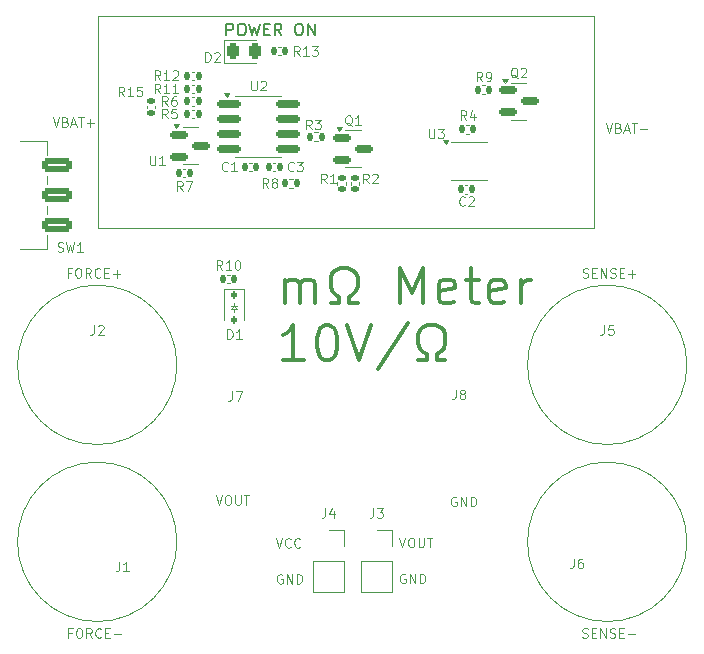
<source format=gbr>
%TF.GenerationSoftware,KiCad,Pcbnew,8.0.1*%
%TF.CreationDate,2024-04-22T08:31:39-07:00*%
%TF.ProjectId,milliohm_meter,6d696c6c-696f-4686-9d5f-6d657465722e,rev?*%
%TF.SameCoordinates,Original*%
%TF.FileFunction,Legend,Top*%
%TF.FilePolarity,Positive*%
%FSLAX46Y46*%
G04 Gerber Fmt 4.6, Leading zero omitted, Abs format (unit mm)*
G04 Created by KiCad (PCBNEW 8.0.1) date 2024-04-22 08:31:39*
%MOMM*%
%LPD*%
G01*
G04 APERTURE LIST*
G04 Aperture macros list*
%AMRoundRect*
0 Rectangle with rounded corners*
0 $1 Rounding radius*
0 $2 $3 $4 $5 $6 $7 $8 $9 X,Y pos of 4 corners*
0 Add a 4 corners polygon primitive as box body*
4,1,4,$2,$3,$4,$5,$6,$7,$8,$9,$2,$3,0*
0 Add four circle primitives for the rounded corners*
1,1,$1+$1,$2,$3*
1,1,$1+$1,$4,$5*
1,1,$1+$1,$6,$7*
1,1,$1+$1,$8,$9*
0 Add four rect primitives between the rounded corners*
20,1,$1+$1,$2,$3,$4,$5,0*
20,1,$1+$1,$4,$5,$6,$7,0*
20,1,$1+$1,$6,$7,$8,$9,0*
20,1,$1+$1,$8,$9,$2,$3,0*%
G04 Aperture macros list end*
%ADD10C,0.200000*%
%ADD11C,0.100000*%
%ADD12C,0.300000*%
%ADD13C,0.120000*%
%ADD14RoundRect,0.140000X-0.140000X-0.170000X0.140000X-0.170000X0.140000X0.170000X-0.140000X0.170000X0*%
%ADD15RoundRect,0.243750X-0.243750X-0.456250X0.243750X-0.456250X0.243750X0.456250X-0.243750X0.456250X0*%
%ADD16RoundRect,0.140000X0.140000X0.170000X-0.140000X0.170000X-0.140000X-0.170000X0.140000X-0.170000X0*%
%ADD17C,6.400000*%
%ADD18R,1.700000X1.700000*%
%ADD19O,1.700000X1.700000*%
%ADD20RoundRect,0.150000X-0.825000X-0.150000X0.825000X-0.150000X0.825000X0.150000X-0.825000X0.150000X0*%
%ADD21C,4.000000*%
%ADD22C,0.900000*%
%ADD23RoundRect,0.250000X-1.000000X0.375000X-1.000000X-0.375000X1.000000X-0.375000X1.000000X0.375000X0*%
%ADD24C,2.000000*%
%ADD25R,1.450000X0.450000*%
%ADD26RoundRect,0.140000X-0.170000X0.140000X-0.170000X-0.140000X0.170000X-0.140000X0.170000X0.140000X0*%
%ADD27RoundRect,0.135000X0.135000X0.185000X-0.135000X0.185000X-0.135000X-0.185000X0.135000X-0.185000X0*%
%ADD28RoundRect,0.150000X-0.587500X-0.150000X0.587500X-0.150000X0.587500X0.150000X-0.587500X0.150000X0*%
%ADD29RoundRect,0.112500X-0.112500X0.187500X-0.112500X-0.187500X0.112500X-0.187500X0.112500X0.187500X0*%
%ADD30RoundRect,0.140000X0.170000X-0.140000X0.170000X0.140000X-0.170000X0.140000X-0.170000X-0.140000X0*%
%ADD31C,1.270000*%
%ADD32C,2.940000*%
G04 APERTURE END LIST*
D10*
X127776073Y-55925019D02*
X127776073Y-54925019D01*
X127776073Y-54925019D02*
X128157025Y-54925019D01*
X128157025Y-54925019D02*
X128252263Y-54972638D01*
X128252263Y-54972638D02*
X128299882Y-55020257D01*
X128299882Y-55020257D02*
X128347501Y-55115495D01*
X128347501Y-55115495D02*
X128347501Y-55258352D01*
X128347501Y-55258352D02*
X128299882Y-55353590D01*
X128299882Y-55353590D02*
X128252263Y-55401209D01*
X128252263Y-55401209D02*
X128157025Y-55448828D01*
X128157025Y-55448828D02*
X127776073Y-55448828D01*
X128966549Y-54925019D02*
X129157025Y-54925019D01*
X129157025Y-54925019D02*
X129252263Y-54972638D01*
X129252263Y-54972638D02*
X129347501Y-55067876D01*
X129347501Y-55067876D02*
X129395120Y-55258352D01*
X129395120Y-55258352D02*
X129395120Y-55591685D01*
X129395120Y-55591685D02*
X129347501Y-55782161D01*
X129347501Y-55782161D02*
X129252263Y-55877400D01*
X129252263Y-55877400D02*
X129157025Y-55925019D01*
X129157025Y-55925019D02*
X128966549Y-55925019D01*
X128966549Y-55925019D02*
X128871311Y-55877400D01*
X128871311Y-55877400D02*
X128776073Y-55782161D01*
X128776073Y-55782161D02*
X128728454Y-55591685D01*
X128728454Y-55591685D02*
X128728454Y-55258352D01*
X128728454Y-55258352D02*
X128776073Y-55067876D01*
X128776073Y-55067876D02*
X128871311Y-54972638D01*
X128871311Y-54972638D02*
X128966549Y-54925019D01*
X129728454Y-54925019D02*
X129966549Y-55925019D01*
X129966549Y-55925019D02*
X130157025Y-55210733D01*
X130157025Y-55210733D02*
X130347501Y-55925019D01*
X130347501Y-55925019D02*
X130585597Y-54925019D01*
X130966549Y-55401209D02*
X131299882Y-55401209D01*
X131442739Y-55925019D02*
X130966549Y-55925019D01*
X130966549Y-55925019D02*
X130966549Y-54925019D01*
X130966549Y-54925019D02*
X131442739Y-54925019D01*
X132442739Y-55925019D02*
X132109406Y-55448828D01*
X131871311Y-55925019D02*
X131871311Y-54925019D01*
X131871311Y-54925019D02*
X132252263Y-54925019D01*
X132252263Y-54925019D02*
X132347501Y-54972638D01*
X132347501Y-54972638D02*
X132395120Y-55020257D01*
X132395120Y-55020257D02*
X132442739Y-55115495D01*
X132442739Y-55115495D02*
X132442739Y-55258352D01*
X132442739Y-55258352D02*
X132395120Y-55353590D01*
X132395120Y-55353590D02*
X132347501Y-55401209D01*
X132347501Y-55401209D02*
X132252263Y-55448828D01*
X132252263Y-55448828D02*
X131871311Y-55448828D01*
X133823692Y-54925019D02*
X134014168Y-54925019D01*
X134014168Y-54925019D02*
X134109406Y-54972638D01*
X134109406Y-54972638D02*
X134204644Y-55067876D01*
X134204644Y-55067876D02*
X134252263Y-55258352D01*
X134252263Y-55258352D02*
X134252263Y-55591685D01*
X134252263Y-55591685D02*
X134204644Y-55782161D01*
X134204644Y-55782161D02*
X134109406Y-55877400D01*
X134109406Y-55877400D02*
X134014168Y-55925019D01*
X134014168Y-55925019D02*
X133823692Y-55925019D01*
X133823692Y-55925019D02*
X133728454Y-55877400D01*
X133728454Y-55877400D02*
X133633216Y-55782161D01*
X133633216Y-55782161D02*
X133585597Y-55591685D01*
X133585597Y-55591685D02*
X133585597Y-55258352D01*
X133585597Y-55258352D02*
X133633216Y-55067876D01*
X133633216Y-55067876D02*
X133728454Y-54972638D01*
X133728454Y-54972638D02*
X133823692Y-54925019D01*
X134680835Y-55925019D02*
X134680835Y-54925019D01*
X134680835Y-54925019D02*
X135252263Y-55925019D01*
X135252263Y-55925019D02*
X135252263Y-54925019D01*
D11*
X128447800Y-79349600D02*
X128447800Y-79095600D01*
X116916200Y-54254400D02*
X158927800Y-54254400D01*
X158927800Y-72237600D01*
X116916200Y-72237600D01*
X116916200Y-54254400D01*
X128447800Y-79095600D02*
X128193800Y-79095600D01*
X128447800Y-78841600D02*
X128701800Y-79095600D01*
X128447800Y-78841600D02*
X128447800Y-78587600D01*
X128701800Y-79095600D02*
X128447800Y-79095600D01*
X128193800Y-78841600D02*
X128701800Y-78841600D01*
X128193800Y-79095600D02*
X128447800Y-78841600D01*
X113070379Y-62850895D02*
X113337046Y-63650895D01*
X113337046Y-63650895D02*
X113603712Y-62850895D01*
X114137045Y-63231847D02*
X114251331Y-63269942D01*
X114251331Y-63269942D02*
X114289426Y-63308038D01*
X114289426Y-63308038D02*
X114327522Y-63384228D01*
X114327522Y-63384228D02*
X114327522Y-63498514D01*
X114327522Y-63498514D02*
X114289426Y-63574704D01*
X114289426Y-63574704D02*
X114251331Y-63612800D01*
X114251331Y-63612800D02*
X114175141Y-63650895D01*
X114175141Y-63650895D02*
X113870379Y-63650895D01*
X113870379Y-63650895D02*
X113870379Y-62850895D01*
X113870379Y-62850895D02*
X114137045Y-62850895D01*
X114137045Y-62850895D02*
X114213236Y-62888990D01*
X114213236Y-62888990D02*
X114251331Y-62927085D01*
X114251331Y-62927085D02*
X114289426Y-63003276D01*
X114289426Y-63003276D02*
X114289426Y-63079466D01*
X114289426Y-63079466D02*
X114251331Y-63155657D01*
X114251331Y-63155657D02*
X114213236Y-63193752D01*
X114213236Y-63193752D02*
X114137045Y-63231847D01*
X114137045Y-63231847D02*
X113870379Y-63231847D01*
X114632283Y-63422323D02*
X115013236Y-63422323D01*
X114556093Y-63650895D02*
X114822760Y-62850895D01*
X114822760Y-62850895D02*
X115089426Y-63650895D01*
X115241807Y-62850895D02*
X115698950Y-62850895D01*
X115470378Y-63650895D02*
X115470378Y-62850895D01*
X115965617Y-63346133D02*
X116575141Y-63346133D01*
X116270379Y-63650895D02*
X116270379Y-63041371D01*
X131967979Y-98487095D02*
X132234646Y-99287095D01*
X132234646Y-99287095D02*
X132501312Y-98487095D01*
X133225122Y-99210904D02*
X133187026Y-99249000D01*
X133187026Y-99249000D02*
X133072741Y-99287095D01*
X133072741Y-99287095D02*
X132996550Y-99287095D01*
X132996550Y-99287095D02*
X132882264Y-99249000D01*
X132882264Y-99249000D02*
X132806074Y-99172809D01*
X132806074Y-99172809D02*
X132767979Y-99096619D01*
X132767979Y-99096619D02*
X132729883Y-98944238D01*
X132729883Y-98944238D02*
X132729883Y-98829952D01*
X132729883Y-98829952D02*
X132767979Y-98677571D01*
X132767979Y-98677571D02*
X132806074Y-98601380D01*
X132806074Y-98601380D02*
X132882264Y-98525190D01*
X132882264Y-98525190D02*
X132996550Y-98487095D01*
X132996550Y-98487095D02*
X133072741Y-98487095D01*
X133072741Y-98487095D02*
X133187026Y-98525190D01*
X133187026Y-98525190D02*
X133225122Y-98563285D01*
X134025122Y-99210904D02*
X133987026Y-99249000D01*
X133987026Y-99249000D02*
X133872741Y-99287095D01*
X133872741Y-99287095D02*
X133796550Y-99287095D01*
X133796550Y-99287095D02*
X133682264Y-99249000D01*
X133682264Y-99249000D02*
X133606074Y-99172809D01*
X133606074Y-99172809D02*
X133567979Y-99096619D01*
X133567979Y-99096619D02*
X133529883Y-98944238D01*
X133529883Y-98944238D02*
X133529883Y-98829952D01*
X133529883Y-98829952D02*
X133567979Y-98677571D01*
X133567979Y-98677571D02*
X133606074Y-98601380D01*
X133606074Y-98601380D02*
X133682264Y-98525190D01*
X133682264Y-98525190D02*
X133796550Y-98487095D01*
X133796550Y-98487095D02*
X133872741Y-98487095D01*
X133872741Y-98487095D02*
X133987026Y-98525190D01*
X133987026Y-98525190D02*
X134025122Y-98563285D01*
X147233312Y-95019990D02*
X147157122Y-94981895D01*
X147157122Y-94981895D02*
X147042836Y-94981895D01*
X147042836Y-94981895D02*
X146928550Y-95019990D01*
X146928550Y-95019990D02*
X146852360Y-95096180D01*
X146852360Y-95096180D02*
X146814265Y-95172371D01*
X146814265Y-95172371D02*
X146776169Y-95324752D01*
X146776169Y-95324752D02*
X146776169Y-95439038D01*
X146776169Y-95439038D02*
X146814265Y-95591419D01*
X146814265Y-95591419D02*
X146852360Y-95667609D01*
X146852360Y-95667609D02*
X146928550Y-95743800D01*
X146928550Y-95743800D02*
X147042836Y-95781895D01*
X147042836Y-95781895D02*
X147119027Y-95781895D01*
X147119027Y-95781895D02*
X147233312Y-95743800D01*
X147233312Y-95743800D02*
X147271408Y-95705704D01*
X147271408Y-95705704D02*
X147271408Y-95439038D01*
X147271408Y-95439038D02*
X147119027Y-95439038D01*
X147614265Y-95781895D02*
X147614265Y-94981895D01*
X147614265Y-94981895D02*
X148071408Y-95781895D01*
X148071408Y-95781895D02*
X148071408Y-94981895D01*
X148452360Y-95781895D02*
X148452360Y-94981895D01*
X148452360Y-94981895D02*
X148642836Y-94981895D01*
X148642836Y-94981895D02*
X148757122Y-95019990D01*
X148757122Y-95019990D02*
X148833312Y-95096180D01*
X148833312Y-95096180D02*
X148871407Y-95172371D01*
X148871407Y-95172371D02*
X148909503Y-95324752D01*
X148909503Y-95324752D02*
X148909503Y-95439038D01*
X148909503Y-95439038D02*
X148871407Y-95591419D01*
X148871407Y-95591419D02*
X148833312Y-95667609D01*
X148833312Y-95667609D02*
X148757122Y-95743800D01*
X148757122Y-95743800D02*
X148642836Y-95781895D01*
X148642836Y-95781895D02*
X148452360Y-95781895D01*
X114670531Y-106513447D02*
X114403865Y-106513447D01*
X114403865Y-106932495D02*
X114403865Y-106132495D01*
X114403865Y-106132495D02*
X114784817Y-106132495D01*
X115241960Y-106132495D02*
X115394341Y-106132495D01*
X115394341Y-106132495D02*
X115470531Y-106170590D01*
X115470531Y-106170590D02*
X115546722Y-106246780D01*
X115546722Y-106246780D02*
X115584817Y-106399161D01*
X115584817Y-106399161D02*
X115584817Y-106665828D01*
X115584817Y-106665828D02*
X115546722Y-106818209D01*
X115546722Y-106818209D02*
X115470531Y-106894400D01*
X115470531Y-106894400D02*
X115394341Y-106932495D01*
X115394341Y-106932495D02*
X115241960Y-106932495D01*
X115241960Y-106932495D02*
X115165769Y-106894400D01*
X115165769Y-106894400D02*
X115089579Y-106818209D01*
X115089579Y-106818209D02*
X115051483Y-106665828D01*
X115051483Y-106665828D02*
X115051483Y-106399161D01*
X115051483Y-106399161D02*
X115089579Y-106246780D01*
X115089579Y-106246780D02*
X115165769Y-106170590D01*
X115165769Y-106170590D02*
X115241960Y-106132495D01*
X116384817Y-106932495D02*
X116118150Y-106551542D01*
X115927674Y-106932495D02*
X115927674Y-106132495D01*
X115927674Y-106132495D02*
X116232436Y-106132495D01*
X116232436Y-106132495D02*
X116308626Y-106170590D01*
X116308626Y-106170590D02*
X116346721Y-106208685D01*
X116346721Y-106208685D02*
X116384817Y-106284876D01*
X116384817Y-106284876D02*
X116384817Y-106399161D01*
X116384817Y-106399161D02*
X116346721Y-106475352D01*
X116346721Y-106475352D02*
X116308626Y-106513447D01*
X116308626Y-106513447D02*
X116232436Y-106551542D01*
X116232436Y-106551542D02*
X115927674Y-106551542D01*
X117184817Y-106856304D02*
X117146721Y-106894400D01*
X117146721Y-106894400D02*
X117032436Y-106932495D01*
X117032436Y-106932495D02*
X116956245Y-106932495D01*
X116956245Y-106932495D02*
X116841959Y-106894400D01*
X116841959Y-106894400D02*
X116765769Y-106818209D01*
X116765769Y-106818209D02*
X116727674Y-106742019D01*
X116727674Y-106742019D02*
X116689578Y-106589638D01*
X116689578Y-106589638D02*
X116689578Y-106475352D01*
X116689578Y-106475352D02*
X116727674Y-106322971D01*
X116727674Y-106322971D02*
X116765769Y-106246780D01*
X116765769Y-106246780D02*
X116841959Y-106170590D01*
X116841959Y-106170590D02*
X116956245Y-106132495D01*
X116956245Y-106132495D02*
X117032436Y-106132495D01*
X117032436Y-106132495D02*
X117146721Y-106170590D01*
X117146721Y-106170590D02*
X117184817Y-106208685D01*
X117527674Y-106513447D02*
X117794340Y-106513447D01*
X117908626Y-106932495D02*
X117527674Y-106932495D01*
X117527674Y-106932495D02*
X117527674Y-106132495D01*
X117527674Y-106132495D02*
X117908626Y-106132495D01*
X118251484Y-106627733D02*
X118861008Y-106627733D01*
X142915312Y-101547790D02*
X142839122Y-101509695D01*
X142839122Y-101509695D02*
X142724836Y-101509695D01*
X142724836Y-101509695D02*
X142610550Y-101547790D01*
X142610550Y-101547790D02*
X142534360Y-101623980D01*
X142534360Y-101623980D02*
X142496265Y-101700171D01*
X142496265Y-101700171D02*
X142458169Y-101852552D01*
X142458169Y-101852552D02*
X142458169Y-101966838D01*
X142458169Y-101966838D02*
X142496265Y-102119219D01*
X142496265Y-102119219D02*
X142534360Y-102195409D01*
X142534360Y-102195409D02*
X142610550Y-102271600D01*
X142610550Y-102271600D02*
X142724836Y-102309695D01*
X142724836Y-102309695D02*
X142801027Y-102309695D01*
X142801027Y-102309695D02*
X142915312Y-102271600D01*
X142915312Y-102271600D02*
X142953408Y-102233504D01*
X142953408Y-102233504D02*
X142953408Y-101966838D01*
X142953408Y-101966838D02*
X142801027Y-101966838D01*
X143296265Y-102309695D02*
X143296265Y-101509695D01*
X143296265Y-101509695D02*
X143753408Y-102309695D01*
X143753408Y-102309695D02*
X143753408Y-101509695D01*
X144134360Y-102309695D02*
X144134360Y-101509695D01*
X144134360Y-101509695D02*
X144324836Y-101509695D01*
X144324836Y-101509695D02*
X144439122Y-101547790D01*
X144439122Y-101547790D02*
X144515312Y-101623980D01*
X144515312Y-101623980D02*
X144553407Y-101700171D01*
X144553407Y-101700171D02*
X144591503Y-101852552D01*
X144591503Y-101852552D02*
X144591503Y-101966838D01*
X144591503Y-101966838D02*
X144553407Y-102119219D01*
X144553407Y-102119219D02*
X144515312Y-102195409D01*
X144515312Y-102195409D02*
X144439122Y-102271600D01*
X144439122Y-102271600D02*
X144324836Y-102309695D01*
X144324836Y-102309695D02*
X144134360Y-102309695D01*
X126887979Y-94854895D02*
X127154646Y-95654895D01*
X127154646Y-95654895D02*
X127421312Y-94854895D01*
X127840360Y-94854895D02*
X127992741Y-94854895D01*
X127992741Y-94854895D02*
X128068931Y-94892990D01*
X128068931Y-94892990D02*
X128145122Y-94969180D01*
X128145122Y-94969180D02*
X128183217Y-95121561D01*
X128183217Y-95121561D02*
X128183217Y-95388228D01*
X128183217Y-95388228D02*
X128145122Y-95540609D01*
X128145122Y-95540609D02*
X128068931Y-95616800D01*
X128068931Y-95616800D02*
X127992741Y-95654895D01*
X127992741Y-95654895D02*
X127840360Y-95654895D01*
X127840360Y-95654895D02*
X127764169Y-95616800D01*
X127764169Y-95616800D02*
X127687979Y-95540609D01*
X127687979Y-95540609D02*
X127649883Y-95388228D01*
X127649883Y-95388228D02*
X127649883Y-95121561D01*
X127649883Y-95121561D02*
X127687979Y-94969180D01*
X127687979Y-94969180D02*
X127764169Y-94892990D01*
X127764169Y-94892990D02*
X127840360Y-94854895D01*
X128526074Y-94854895D02*
X128526074Y-95502514D01*
X128526074Y-95502514D02*
X128564169Y-95578704D01*
X128564169Y-95578704D02*
X128602264Y-95616800D01*
X128602264Y-95616800D02*
X128678455Y-95654895D01*
X128678455Y-95654895D02*
X128830836Y-95654895D01*
X128830836Y-95654895D02*
X128907026Y-95616800D01*
X128907026Y-95616800D02*
X128945121Y-95578704D01*
X128945121Y-95578704D02*
X128983217Y-95502514D01*
X128983217Y-95502514D02*
X128983217Y-94854895D01*
X129249883Y-94854895D02*
X129707026Y-94854895D01*
X129478454Y-95654895D02*
X129478454Y-94854895D01*
X157926769Y-106894400D02*
X158041055Y-106932495D01*
X158041055Y-106932495D02*
X158231531Y-106932495D01*
X158231531Y-106932495D02*
X158307722Y-106894400D01*
X158307722Y-106894400D02*
X158345817Y-106856304D01*
X158345817Y-106856304D02*
X158383912Y-106780114D01*
X158383912Y-106780114D02*
X158383912Y-106703923D01*
X158383912Y-106703923D02*
X158345817Y-106627733D01*
X158345817Y-106627733D02*
X158307722Y-106589638D01*
X158307722Y-106589638D02*
X158231531Y-106551542D01*
X158231531Y-106551542D02*
X158079150Y-106513447D01*
X158079150Y-106513447D02*
X158002960Y-106475352D01*
X158002960Y-106475352D02*
X157964865Y-106437257D01*
X157964865Y-106437257D02*
X157926769Y-106361066D01*
X157926769Y-106361066D02*
X157926769Y-106284876D01*
X157926769Y-106284876D02*
X157964865Y-106208685D01*
X157964865Y-106208685D02*
X158002960Y-106170590D01*
X158002960Y-106170590D02*
X158079150Y-106132495D01*
X158079150Y-106132495D02*
X158269627Y-106132495D01*
X158269627Y-106132495D02*
X158383912Y-106170590D01*
X158726770Y-106513447D02*
X158993436Y-106513447D01*
X159107722Y-106932495D02*
X158726770Y-106932495D01*
X158726770Y-106932495D02*
X158726770Y-106132495D01*
X158726770Y-106132495D02*
X159107722Y-106132495D01*
X159450580Y-106932495D02*
X159450580Y-106132495D01*
X159450580Y-106132495D02*
X159907723Y-106932495D01*
X159907723Y-106932495D02*
X159907723Y-106132495D01*
X160250579Y-106894400D02*
X160364865Y-106932495D01*
X160364865Y-106932495D02*
X160555341Y-106932495D01*
X160555341Y-106932495D02*
X160631532Y-106894400D01*
X160631532Y-106894400D02*
X160669627Y-106856304D01*
X160669627Y-106856304D02*
X160707722Y-106780114D01*
X160707722Y-106780114D02*
X160707722Y-106703923D01*
X160707722Y-106703923D02*
X160669627Y-106627733D01*
X160669627Y-106627733D02*
X160631532Y-106589638D01*
X160631532Y-106589638D02*
X160555341Y-106551542D01*
X160555341Y-106551542D02*
X160402960Y-106513447D01*
X160402960Y-106513447D02*
X160326770Y-106475352D01*
X160326770Y-106475352D02*
X160288675Y-106437257D01*
X160288675Y-106437257D02*
X160250579Y-106361066D01*
X160250579Y-106361066D02*
X160250579Y-106284876D01*
X160250579Y-106284876D02*
X160288675Y-106208685D01*
X160288675Y-106208685D02*
X160326770Y-106170590D01*
X160326770Y-106170590D02*
X160402960Y-106132495D01*
X160402960Y-106132495D02*
X160593437Y-106132495D01*
X160593437Y-106132495D02*
X160707722Y-106170590D01*
X161050580Y-106513447D02*
X161317246Y-106513447D01*
X161431532Y-106932495D02*
X161050580Y-106932495D01*
X161050580Y-106932495D02*
X161050580Y-106132495D01*
X161050580Y-106132495D02*
X161431532Y-106132495D01*
X161774390Y-106627733D02*
X162383914Y-106627733D01*
X114594331Y-76008047D02*
X114327665Y-76008047D01*
X114327665Y-76427095D02*
X114327665Y-75627095D01*
X114327665Y-75627095D02*
X114708617Y-75627095D01*
X115165760Y-75627095D02*
X115318141Y-75627095D01*
X115318141Y-75627095D02*
X115394331Y-75665190D01*
X115394331Y-75665190D02*
X115470522Y-75741380D01*
X115470522Y-75741380D02*
X115508617Y-75893761D01*
X115508617Y-75893761D02*
X115508617Y-76160428D01*
X115508617Y-76160428D02*
X115470522Y-76312809D01*
X115470522Y-76312809D02*
X115394331Y-76389000D01*
X115394331Y-76389000D02*
X115318141Y-76427095D01*
X115318141Y-76427095D02*
X115165760Y-76427095D01*
X115165760Y-76427095D02*
X115089569Y-76389000D01*
X115089569Y-76389000D02*
X115013379Y-76312809D01*
X115013379Y-76312809D02*
X114975283Y-76160428D01*
X114975283Y-76160428D02*
X114975283Y-75893761D01*
X114975283Y-75893761D02*
X115013379Y-75741380D01*
X115013379Y-75741380D02*
X115089569Y-75665190D01*
X115089569Y-75665190D02*
X115165760Y-75627095D01*
X116308617Y-76427095D02*
X116041950Y-76046142D01*
X115851474Y-76427095D02*
X115851474Y-75627095D01*
X115851474Y-75627095D02*
X116156236Y-75627095D01*
X116156236Y-75627095D02*
X116232426Y-75665190D01*
X116232426Y-75665190D02*
X116270521Y-75703285D01*
X116270521Y-75703285D02*
X116308617Y-75779476D01*
X116308617Y-75779476D02*
X116308617Y-75893761D01*
X116308617Y-75893761D02*
X116270521Y-75969952D01*
X116270521Y-75969952D02*
X116232426Y-76008047D01*
X116232426Y-76008047D02*
X116156236Y-76046142D01*
X116156236Y-76046142D02*
X115851474Y-76046142D01*
X117108617Y-76350904D02*
X117070521Y-76389000D01*
X117070521Y-76389000D02*
X116956236Y-76427095D01*
X116956236Y-76427095D02*
X116880045Y-76427095D01*
X116880045Y-76427095D02*
X116765759Y-76389000D01*
X116765759Y-76389000D02*
X116689569Y-76312809D01*
X116689569Y-76312809D02*
X116651474Y-76236619D01*
X116651474Y-76236619D02*
X116613378Y-76084238D01*
X116613378Y-76084238D02*
X116613378Y-75969952D01*
X116613378Y-75969952D02*
X116651474Y-75817571D01*
X116651474Y-75817571D02*
X116689569Y-75741380D01*
X116689569Y-75741380D02*
X116765759Y-75665190D01*
X116765759Y-75665190D02*
X116880045Y-75627095D01*
X116880045Y-75627095D02*
X116956236Y-75627095D01*
X116956236Y-75627095D02*
X117070521Y-75665190D01*
X117070521Y-75665190D02*
X117108617Y-75703285D01*
X117451474Y-76008047D02*
X117718140Y-76008047D01*
X117832426Y-76427095D02*
X117451474Y-76427095D01*
X117451474Y-76427095D02*
X117451474Y-75627095D01*
X117451474Y-75627095D02*
X117832426Y-75627095D01*
X118175284Y-76122333D02*
X118784808Y-76122333D01*
X118480046Y-76427095D02*
X118480046Y-75817571D01*
X142407379Y-98461695D02*
X142674046Y-99261695D01*
X142674046Y-99261695D02*
X142940712Y-98461695D01*
X143359760Y-98461695D02*
X143512141Y-98461695D01*
X143512141Y-98461695D02*
X143588331Y-98499790D01*
X143588331Y-98499790D02*
X143664522Y-98575980D01*
X143664522Y-98575980D02*
X143702617Y-98728361D01*
X143702617Y-98728361D02*
X143702617Y-98995028D01*
X143702617Y-98995028D02*
X143664522Y-99147409D01*
X143664522Y-99147409D02*
X143588331Y-99223600D01*
X143588331Y-99223600D02*
X143512141Y-99261695D01*
X143512141Y-99261695D02*
X143359760Y-99261695D01*
X143359760Y-99261695D02*
X143283569Y-99223600D01*
X143283569Y-99223600D02*
X143207379Y-99147409D01*
X143207379Y-99147409D02*
X143169283Y-98995028D01*
X143169283Y-98995028D02*
X143169283Y-98728361D01*
X143169283Y-98728361D02*
X143207379Y-98575980D01*
X143207379Y-98575980D02*
X143283569Y-98499790D01*
X143283569Y-98499790D02*
X143359760Y-98461695D01*
X144045474Y-98461695D02*
X144045474Y-99109314D01*
X144045474Y-99109314D02*
X144083569Y-99185504D01*
X144083569Y-99185504D02*
X144121664Y-99223600D01*
X144121664Y-99223600D02*
X144197855Y-99261695D01*
X144197855Y-99261695D02*
X144350236Y-99261695D01*
X144350236Y-99261695D02*
X144426426Y-99223600D01*
X144426426Y-99223600D02*
X144464521Y-99185504D01*
X144464521Y-99185504D02*
X144502617Y-99109314D01*
X144502617Y-99109314D02*
X144502617Y-98461695D01*
X144769283Y-98461695D02*
X145226426Y-98461695D01*
X144997854Y-99261695D02*
X144997854Y-98461695D01*
X132501312Y-101573190D02*
X132425122Y-101535095D01*
X132425122Y-101535095D02*
X132310836Y-101535095D01*
X132310836Y-101535095D02*
X132196550Y-101573190D01*
X132196550Y-101573190D02*
X132120360Y-101649380D01*
X132120360Y-101649380D02*
X132082265Y-101725571D01*
X132082265Y-101725571D02*
X132044169Y-101877952D01*
X132044169Y-101877952D02*
X132044169Y-101992238D01*
X132044169Y-101992238D02*
X132082265Y-102144619D01*
X132082265Y-102144619D02*
X132120360Y-102220809D01*
X132120360Y-102220809D02*
X132196550Y-102297000D01*
X132196550Y-102297000D02*
X132310836Y-102335095D01*
X132310836Y-102335095D02*
X132387027Y-102335095D01*
X132387027Y-102335095D02*
X132501312Y-102297000D01*
X132501312Y-102297000D02*
X132539408Y-102258904D01*
X132539408Y-102258904D02*
X132539408Y-101992238D01*
X132539408Y-101992238D02*
X132387027Y-101992238D01*
X132882265Y-102335095D02*
X132882265Y-101535095D01*
X132882265Y-101535095D02*
X133339408Y-102335095D01*
X133339408Y-102335095D02*
X133339408Y-101535095D01*
X133720360Y-102335095D02*
X133720360Y-101535095D01*
X133720360Y-101535095D02*
X133910836Y-101535095D01*
X133910836Y-101535095D02*
X134025122Y-101573190D01*
X134025122Y-101573190D02*
X134101312Y-101649380D01*
X134101312Y-101649380D02*
X134139407Y-101725571D01*
X134139407Y-101725571D02*
X134177503Y-101877952D01*
X134177503Y-101877952D02*
X134177503Y-101992238D01*
X134177503Y-101992238D02*
X134139407Y-102144619D01*
X134139407Y-102144619D02*
X134101312Y-102220809D01*
X134101312Y-102220809D02*
X134025122Y-102297000D01*
X134025122Y-102297000D02*
X133910836Y-102335095D01*
X133910836Y-102335095D02*
X133720360Y-102335095D01*
D12*
X132737653Y-78607425D02*
X132737653Y-76607425D01*
X132737653Y-76893139D02*
X132880510Y-76750282D01*
X132880510Y-76750282D02*
X133166225Y-76607425D01*
X133166225Y-76607425D02*
X133594796Y-76607425D01*
X133594796Y-76607425D02*
X133880510Y-76750282D01*
X133880510Y-76750282D02*
X134023368Y-77035996D01*
X134023368Y-77035996D02*
X134023368Y-78607425D01*
X134023368Y-77035996D02*
X134166225Y-76750282D01*
X134166225Y-76750282D02*
X134451939Y-76607425D01*
X134451939Y-76607425D02*
X134880510Y-76607425D01*
X134880510Y-76607425D02*
X135166225Y-76750282D01*
X135166225Y-76750282D02*
X135309082Y-77035996D01*
X135309082Y-77035996D02*
X135309082Y-78607425D01*
X136594796Y-78607425D02*
X137309082Y-78607425D01*
X137309082Y-78607425D02*
X137309082Y-78035996D01*
X137309082Y-78035996D02*
X137023368Y-77893139D01*
X137023368Y-77893139D02*
X136737653Y-77607425D01*
X136737653Y-77607425D02*
X136594796Y-77178853D01*
X136594796Y-77178853D02*
X136594796Y-76464568D01*
X136594796Y-76464568D02*
X136737653Y-76035996D01*
X136737653Y-76035996D02*
X137023368Y-75750282D01*
X137023368Y-75750282D02*
X137451939Y-75607425D01*
X137451939Y-75607425D02*
X138023368Y-75607425D01*
X138023368Y-75607425D02*
X138451939Y-75750282D01*
X138451939Y-75750282D02*
X138737653Y-76035996D01*
X138737653Y-76035996D02*
X138880510Y-76464568D01*
X138880510Y-76464568D02*
X138880510Y-77178853D01*
X138880510Y-77178853D02*
X138737653Y-77607425D01*
X138737653Y-77607425D02*
X138451939Y-77893139D01*
X138451939Y-77893139D02*
X138166225Y-78035996D01*
X138166225Y-78035996D02*
X138166225Y-78607425D01*
X138166225Y-78607425D02*
X138880510Y-78607425D01*
X142451938Y-78607425D02*
X142451938Y-75607425D01*
X142451938Y-75607425D02*
X143451938Y-77750282D01*
X143451938Y-77750282D02*
X144451938Y-75607425D01*
X144451938Y-75607425D02*
X144451938Y-78607425D01*
X147023366Y-78464568D02*
X146737652Y-78607425D01*
X146737652Y-78607425D02*
X146166224Y-78607425D01*
X146166224Y-78607425D02*
X145880509Y-78464568D01*
X145880509Y-78464568D02*
X145737652Y-78178853D01*
X145737652Y-78178853D02*
X145737652Y-77035996D01*
X145737652Y-77035996D02*
X145880509Y-76750282D01*
X145880509Y-76750282D02*
X146166224Y-76607425D01*
X146166224Y-76607425D02*
X146737652Y-76607425D01*
X146737652Y-76607425D02*
X147023366Y-76750282D01*
X147023366Y-76750282D02*
X147166224Y-77035996D01*
X147166224Y-77035996D02*
X147166224Y-77321710D01*
X147166224Y-77321710D02*
X145737652Y-77607425D01*
X148023367Y-76607425D02*
X149166224Y-76607425D01*
X148451938Y-75607425D02*
X148451938Y-78178853D01*
X148451938Y-78178853D02*
X148594795Y-78464568D01*
X148594795Y-78464568D02*
X148880510Y-78607425D01*
X148880510Y-78607425D02*
X149166224Y-78607425D01*
X151309081Y-78464568D02*
X151023367Y-78607425D01*
X151023367Y-78607425D02*
X150451939Y-78607425D01*
X150451939Y-78607425D02*
X150166224Y-78464568D01*
X150166224Y-78464568D02*
X150023367Y-78178853D01*
X150023367Y-78178853D02*
X150023367Y-77035996D01*
X150023367Y-77035996D02*
X150166224Y-76750282D01*
X150166224Y-76750282D02*
X150451939Y-76607425D01*
X150451939Y-76607425D02*
X151023367Y-76607425D01*
X151023367Y-76607425D02*
X151309081Y-76750282D01*
X151309081Y-76750282D02*
X151451939Y-77035996D01*
X151451939Y-77035996D02*
X151451939Y-77321710D01*
X151451939Y-77321710D02*
X150023367Y-77607425D01*
X152737653Y-78607425D02*
X152737653Y-76607425D01*
X152737653Y-77178853D02*
X152880510Y-76893139D01*
X152880510Y-76893139D02*
X153023368Y-76750282D01*
X153023368Y-76750282D02*
X153309082Y-76607425D01*
X153309082Y-76607425D02*
X153594796Y-76607425D01*
X134309082Y-83437257D02*
X132594796Y-83437257D01*
X133451939Y-83437257D02*
X133451939Y-80437257D01*
X133451939Y-80437257D02*
X133166225Y-80865828D01*
X133166225Y-80865828D02*
X132880510Y-81151542D01*
X132880510Y-81151542D02*
X132594796Y-81294400D01*
X136166225Y-80437257D02*
X136451939Y-80437257D01*
X136451939Y-80437257D02*
X136737653Y-80580114D01*
X136737653Y-80580114D02*
X136880511Y-80722971D01*
X136880511Y-80722971D02*
X137023368Y-81008685D01*
X137023368Y-81008685D02*
X137166225Y-81580114D01*
X137166225Y-81580114D02*
X137166225Y-82294400D01*
X137166225Y-82294400D02*
X137023368Y-82865828D01*
X137023368Y-82865828D02*
X136880511Y-83151542D01*
X136880511Y-83151542D02*
X136737653Y-83294400D01*
X136737653Y-83294400D02*
X136451939Y-83437257D01*
X136451939Y-83437257D02*
X136166225Y-83437257D01*
X136166225Y-83437257D02*
X135880511Y-83294400D01*
X135880511Y-83294400D02*
X135737653Y-83151542D01*
X135737653Y-83151542D02*
X135594796Y-82865828D01*
X135594796Y-82865828D02*
X135451939Y-82294400D01*
X135451939Y-82294400D02*
X135451939Y-81580114D01*
X135451939Y-81580114D02*
X135594796Y-81008685D01*
X135594796Y-81008685D02*
X135737653Y-80722971D01*
X135737653Y-80722971D02*
X135880511Y-80580114D01*
X135880511Y-80580114D02*
X136166225Y-80437257D01*
X138023368Y-80437257D02*
X139023368Y-83437257D01*
X139023368Y-83437257D02*
X140023368Y-80437257D01*
X143166225Y-80294400D02*
X140594797Y-84151542D01*
X144023368Y-83437257D02*
X144737654Y-83437257D01*
X144737654Y-83437257D02*
X144737654Y-82865828D01*
X144737654Y-82865828D02*
X144451940Y-82722971D01*
X144451940Y-82722971D02*
X144166225Y-82437257D01*
X144166225Y-82437257D02*
X144023368Y-82008685D01*
X144023368Y-82008685D02*
X144023368Y-81294400D01*
X144023368Y-81294400D02*
X144166225Y-80865828D01*
X144166225Y-80865828D02*
X144451940Y-80580114D01*
X144451940Y-80580114D02*
X144880511Y-80437257D01*
X144880511Y-80437257D02*
X145451940Y-80437257D01*
X145451940Y-80437257D02*
X145880511Y-80580114D01*
X145880511Y-80580114D02*
X146166225Y-80865828D01*
X146166225Y-80865828D02*
X146309082Y-81294400D01*
X146309082Y-81294400D02*
X146309082Y-82008685D01*
X146309082Y-82008685D02*
X146166225Y-82437257D01*
X146166225Y-82437257D02*
X145880511Y-82722971D01*
X145880511Y-82722971D02*
X145594797Y-82865828D01*
X145594797Y-82865828D02*
X145594797Y-83437257D01*
X145594797Y-83437257D02*
X146309082Y-83437257D01*
D11*
X157952169Y-76389000D02*
X158066455Y-76427095D01*
X158066455Y-76427095D02*
X158256931Y-76427095D01*
X158256931Y-76427095D02*
X158333122Y-76389000D01*
X158333122Y-76389000D02*
X158371217Y-76350904D01*
X158371217Y-76350904D02*
X158409312Y-76274714D01*
X158409312Y-76274714D02*
X158409312Y-76198523D01*
X158409312Y-76198523D02*
X158371217Y-76122333D01*
X158371217Y-76122333D02*
X158333122Y-76084238D01*
X158333122Y-76084238D02*
X158256931Y-76046142D01*
X158256931Y-76046142D02*
X158104550Y-76008047D01*
X158104550Y-76008047D02*
X158028360Y-75969952D01*
X158028360Y-75969952D02*
X157990265Y-75931857D01*
X157990265Y-75931857D02*
X157952169Y-75855666D01*
X157952169Y-75855666D02*
X157952169Y-75779476D01*
X157952169Y-75779476D02*
X157990265Y-75703285D01*
X157990265Y-75703285D02*
X158028360Y-75665190D01*
X158028360Y-75665190D02*
X158104550Y-75627095D01*
X158104550Y-75627095D02*
X158295027Y-75627095D01*
X158295027Y-75627095D02*
X158409312Y-75665190D01*
X158752170Y-76008047D02*
X159018836Y-76008047D01*
X159133122Y-76427095D02*
X158752170Y-76427095D01*
X158752170Y-76427095D02*
X158752170Y-75627095D01*
X158752170Y-75627095D02*
X159133122Y-75627095D01*
X159475980Y-76427095D02*
X159475980Y-75627095D01*
X159475980Y-75627095D02*
X159933123Y-76427095D01*
X159933123Y-76427095D02*
X159933123Y-75627095D01*
X160275979Y-76389000D02*
X160390265Y-76427095D01*
X160390265Y-76427095D02*
X160580741Y-76427095D01*
X160580741Y-76427095D02*
X160656932Y-76389000D01*
X160656932Y-76389000D02*
X160695027Y-76350904D01*
X160695027Y-76350904D02*
X160733122Y-76274714D01*
X160733122Y-76274714D02*
X160733122Y-76198523D01*
X160733122Y-76198523D02*
X160695027Y-76122333D01*
X160695027Y-76122333D02*
X160656932Y-76084238D01*
X160656932Y-76084238D02*
X160580741Y-76046142D01*
X160580741Y-76046142D02*
X160428360Y-76008047D01*
X160428360Y-76008047D02*
X160352170Y-75969952D01*
X160352170Y-75969952D02*
X160314075Y-75931857D01*
X160314075Y-75931857D02*
X160275979Y-75855666D01*
X160275979Y-75855666D02*
X160275979Y-75779476D01*
X160275979Y-75779476D02*
X160314075Y-75703285D01*
X160314075Y-75703285D02*
X160352170Y-75665190D01*
X160352170Y-75665190D02*
X160428360Y-75627095D01*
X160428360Y-75627095D02*
X160618837Y-75627095D01*
X160618837Y-75627095D02*
X160733122Y-75665190D01*
X161075980Y-76008047D02*
X161342646Y-76008047D01*
X161456932Y-76427095D02*
X161075980Y-76427095D01*
X161075980Y-76427095D02*
X161075980Y-75627095D01*
X161075980Y-75627095D02*
X161456932Y-75627095D01*
X161799790Y-76122333D02*
X162409314Y-76122333D01*
X162104552Y-76427095D02*
X162104552Y-75817571D01*
X159907979Y-63358895D02*
X160174646Y-64158895D01*
X160174646Y-64158895D02*
X160441312Y-63358895D01*
X160974645Y-63739847D02*
X161088931Y-63777942D01*
X161088931Y-63777942D02*
X161127026Y-63816038D01*
X161127026Y-63816038D02*
X161165122Y-63892228D01*
X161165122Y-63892228D02*
X161165122Y-64006514D01*
X161165122Y-64006514D02*
X161127026Y-64082704D01*
X161127026Y-64082704D02*
X161088931Y-64120800D01*
X161088931Y-64120800D02*
X161012741Y-64158895D01*
X161012741Y-64158895D02*
X160707979Y-64158895D01*
X160707979Y-64158895D02*
X160707979Y-63358895D01*
X160707979Y-63358895D02*
X160974645Y-63358895D01*
X160974645Y-63358895D02*
X161050836Y-63396990D01*
X161050836Y-63396990D02*
X161088931Y-63435085D01*
X161088931Y-63435085D02*
X161127026Y-63511276D01*
X161127026Y-63511276D02*
X161127026Y-63587466D01*
X161127026Y-63587466D02*
X161088931Y-63663657D01*
X161088931Y-63663657D02*
X161050836Y-63701752D01*
X161050836Y-63701752D02*
X160974645Y-63739847D01*
X160974645Y-63739847D02*
X160707979Y-63739847D01*
X161469883Y-63930323D02*
X161850836Y-63930323D01*
X161393693Y-64158895D02*
X161660360Y-63358895D01*
X161660360Y-63358895D02*
X161927026Y-64158895D01*
X162079407Y-63358895D02*
X162536550Y-63358895D01*
X162307978Y-64158895D02*
X162307978Y-63358895D01*
X162803217Y-63854133D02*
X163412741Y-63854133D01*
X133978714Y-57641895D02*
X133712047Y-57260942D01*
X133521571Y-57641895D02*
X133521571Y-56841895D01*
X133521571Y-56841895D02*
X133826333Y-56841895D01*
X133826333Y-56841895D02*
X133902523Y-56879990D01*
X133902523Y-56879990D02*
X133940618Y-56918085D01*
X133940618Y-56918085D02*
X133978714Y-56994276D01*
X133978714Y-56994276D02*
X133978714Y-57108561D01*
X133978714Y-57108561D02*
X133940618Y-57184752D01*
X133940618Y-57184752D02*
X133902523Y-57222847D01*
X133902523Y-57222847D02*
X133826333Y-57260942D01*
X133826333Y-57260942D02*
X133521571Y-57260942D01*
X134740618Y-57641895D02*
X134283475Y-57641895D01*
X134512047Y-57641895D02*
X134512047Y-56841895D01*
X134512047Y-56841895D02*
X134435856Y-56956180D01*
X134435856Y-56956180D02*
X134359666Y-57032371D01*
X134359666Y-57032371D02*
X134283475Y-57070466D01*
X135007285Y-56841895D02*
X135502523Y-56841895D01*
X135502523Y-56841895D02*
X135235857Y-57146657D01*
X135235857Y-57146657D02*
X135350142Y-57146657D01*
X135350142Y-57146657D02*
X135426333Y-57184752D01*
X135426333Y-57184752D02*
X135464428Y-57222847D01*
X135464428Y-57222847D02*
X135502523Y-57299038D01*
X135502523Y-57299038D02*
X135502523Y-57489514D01*
X135502523Y-57489514D02*
X135464428Y-57565704D01*
X135464428Y-57565704D02*
X135426333Y-57603800D01*
X135426333Y-57603800D02*
X135350142Y-57641895D01*
X135350142Y-57641895D02*
X135121571Y-57641895D01*
X135121571Y-57641895D02*
X135045380Y-57603800D01*
X135045380Y-57603800D02*
X135007285Y-57565704D01*
X126003124Y-58149895D02*
X126003124Y-57349895D01*
X126003124Y-57349895D02*
X126193600Y-57349895D01*
X126193600Y-57349895D02*
X126307886Y-57387990D01*
X126307886Y-57387990D02*
X126384076Y-57464180D01*
X126384076Y-57464180D02*
X126422171Y-57540371D01*
X126422171Y-57540371D02*
X126460267Y-57692752D01*
X126460267Y-57692752D02*
X126460267Y-57807038D01*
X126460267Y-57807038D02*
X126422171Y-57959419D01*
X126422171Y-57959419D02*
X126384076Y-58035609D01*
X126384076Y-58035609D02*
X126307886Y-58111800D01*
X126307886Y-58111800D02*
X126193600Y-58149895D01*
X126193600Y-58149895D02*
X126003124Y-58149895D01*
X126765028Y-57426085D02*
X126803124Y-57387990D01*
X126803124Y-57387990D02*
X126879314Y-57349895D01*
X126879314Y-57349895D02*
X127069790Y-57349895D01*
X127069790Y-57349895D02*
X127145981Y-57387990D01*
X127145981Y-57387990D02*
X127184076Y-57426085D01*
X127184076Y-57426085D02*
X127222171Y-57502276D01*
X127222171Y-57502276D02*
X127222171Y-57578466D01*
X127222171Y-57578466D02*
X127184076Y-57692752D01*
X127184076Y-57692752D02*
X126726933Y-58149895D01*
X126726933Y-58149895D02*
X127222171Y-58149895D01*
X148075667Y-63085895D02*
X147809000Y-62704942D01*
X147618524Y-63085895D02*
X147618524Y-62285895D01*
X147618524Y-62285895D02*
X147923286Y-62285895D01*
X147923286Y-62285895D02*
X147999476Y-62323990D01*
X147999476Y-62323990D02*
X148037571Y-62362085D01*
X148037571Y-62362085D02*
X148075667Y-62438276D01*
X148075667Y-62438276D02*
X148075667Y-62552561D01*
X148075667Y-62552561D02*
X148037571Y-62628752D01*
X148037571Y-62628752D02*
X147999476Y-62666847D01*
X147999476Y-62666847D02*
X147923286Y-62704942D01*
X147923286Y-62704942D02*
X147618524Y-62704942D01*
X148761381Y-62552561D02*
X148761381Y-63085895D01*
X148570905Y-62247800D02*
X148380428Y-62819228D01*
X148380428Y-62819228D02*
X148875667Y-62819228D01*
X122802667Y-61883695D02*
X122536000Y-61502742D01*
X122345524Y-61883695D02*
X122345524Y-61083695D01*
X122345524Y-61083695D02*
X122650286Y-61083695D01*
X122650286Y-61083695D02*
X122726476Y-61121790D01*
X122726476Y-61121790D02*
X122764571Y-61159885D01*
X122764571Y-61159885D02*
X122802667Y-61236076D01*
X122802667Y-61236076D02*
X122802667Y-61350361D01*
X122802667Y-61350361D02*
X122764571Y-61426552D01*
X122764571Y-61426552D02*
X122726476Y-61464647D01*
X122726476Y-61464647D02*
X122650286Y-61502742D01*
X122650286Y-61502742D02*
X122345524Y-61502742D01*
X123488381Y-61083695D02*
X123336000Y-61083695D01*
X123336000Y-61083695D02*
X123259809Y-61121790D01*
X123259809Y-61121790D02*
X123221714Y-61159885D01*
X123221714Y-61159885D02*
X123145524Y-61274171D01*
X123145524Y-61274171D02*
X123107428Y-61426552D01*
X123107428Y-61426552D02*
X123107428Y-61731314D01*
X123107428Y-61731314D02*
X123145524Y-61807504D01*
X123145524Y-61807504D02*
X123183619Y-61845600D01*
X123183619Y-61845600D02*
X123259809Y-61883695D01*
X123259809Y-61883695D02*
X123412190Y-61883695D01*
X123412190Y-61883695D02*
X123488381Y-61845600D01*
X123488381Y-61845600D02*
X123526476Y-61807504D01*
X123526476Y-61807504D02*
X123564571Y-61731314D01*
X123564571Y-61731314D02*
X123564571Y-61540838D01*
X123564571Y-61540838D02*
X123526476Y-61464647D01*
X123526476Y-61464647D02*
X123488381Y-61426552D01*
X123488381Y-61426552D02*
X123412190Y-61388457D01*
X123412190Y-61388457D02*
X123259809Y-61388457D01*
X123259809Y-61388457D02*
X123183619Y-61426552D01*
X123183619Y-61426552D02*
X123145524Y-61464647D01*
X123145524Y-61464647D02*
X123107428Y-61540838D01*
X147180333Y-85924895D02*
X147180333Y-86496323D01*
X147180333Y-86496323D02*
X147142238Y-86610609D01*
X147142238Y-86610609D02*
X147066047Y-86686800D01*
X147066047Y-86686800D02*
X146951762Y-86724895D01*
X146951762Y-86724895D02*
X146875571Y-86724895D01*
X147675571Y-86267752D02*
X147599381Y-86229657D01*
X147599381Y-86229657D02*
X147561286Y-86191561D01*
X147561286Y-86191561D02*
X147523190Y-86115371D01*
X147523190Y-86115371D02*
X147523190Y-86077276D01*
X147523190Y-86077276D02*
X147561286Y-86001085D01*
X147561286Y-86001085D02*
X147599381Y-85962990D01*
X147599381Y-85962990D02*
X147675571Y-85924895D01*
X147675571Y-85924895D02*
X147827952Y-85924895D01*
X147827952Y-85924895D02*
X147904143Y-85962990D01*
X147904143Y-85962990D02*
X147942238Y-86001085D01*
X147942238Y-86001085D02*
X147980333Y-86077276D01*
X147980333Y-86077276D02*
X147980333Y-86115371D01*
X147980333Y-86115371D02*
X147942238Y-86191561D01*
X147942238Y-86191561D02*
X147904143Y-86229657D01*
X147904143Y-86229657D02*
X147827952Y-86267752D01*
X147827952Y-86267752D02*
X147675571Y-86267752D01*
X147675571Y-86267752D02*
X147599381Y-86305847D01*
X147599381Y-86305847D02*
X147561286Y-86343942D01*
X147561286Y-86343942D02*
X147523190Y-86420133D01*
X147523190Y-86420133D02*
X147523190Y-86572514D01*
X147523190Y-86572514D02*
X147561286Y-86648704D01*
X147561286Y-86648704D02*
X147599381Y-86686800D01*
X147599381Y-86686800D02*
X147675571Y-86724895D01*
X147675571Y-86724895D02*
X147827952Y-86724895D01*
X147827952Y-86724895D02*
X147904143Y-86686800D01*
X147904143Y-86686800D02*
X147942238Y-86648704D01*
X147942238Y-86648704D02*
X147980333Y-86572514D01*
X147980333Y-86572514D02*
X147980333Y-86420133D01*
X147980333Y-86420133D02*
X147942238Y-86343942D01*
X147942238Y-86343942D02*
X147904143Y-86305847D01*
X147904143Y-86305847D02*
X147827952Y-86267752D01*
X136156333Y-95951095D02*
X136156333Y-96522523D01*
X136156333Y-96522523D02*
X136118238Y-96636809D01*
X136118238Y-96636809D02*
X136042047Y-96713000D01*
X136042047Y-96713000D02*
X135927762Y-96751095D01*
X135927762Y-96751095D02*
X135851571Y-96751095D01*
X136880143Y-96217761D02*
X136880143Y-96751095D01*
X136689667Y-95913000D02*
X136499190Y-96484428D01*
X136499190Y-96484428D02*
X136994429Y-96484428D01*
X129881476Y-59791895D02*
X129881476Y-60439514D01*
X129881476Y-60439514D02*
X129919571Y-60515704D01*
X129919571Y-60515704D02*
X129957666Y-60553800D01*
X129957666Y-60553800D02*
X130033857Y-60591895D01*
X130033857Y-60591895D02*
X130186238Y-60591895D01*
X130186238Y-60591895D02*
X130262428Y-60553800D01*
X130262428Y-60553800D02*
X130300523Y-60515704D01*
X130300523Y-60515704D02*
X130338619Y-60439514D01*
X130338619Y-60439514D02*
X130338619Y-59791895D01*
X130681475Y-59868085D02*
X130719571Y-59829990D01*
X130719571Y-59829990D02*
X130795761Y-59791895D01*
X130795761Y-59791895D02*
X130986237Y-59791895D01*
X130986237Y-59791895D02*
X131062428Y-59829990D01*
X131062428Y-59829990D02*
X131100523Y-59868085D01*
X131100523Y-59868085D02*
X131138618Y-59944276D01*
X131138618Y-59944276D02*
X131138618Y-60020466D01*
X131138618Y-60020466D02*
X131100523Y-60134752D01*
X131100523Y-60134752D02*
X130643380Y-60591895D01*
X130643380Y-60591895D02*
X131138618Y-60591895D01*
X116573333Y-80463895D02*
X116573333Y-81035323D01*
X116573333Y-81035323D02*
X116535238Y-81149609D01*
X116535238Y-81149609D02*
X116459047Y-81225800D01*
X116459047Y-81225800D02*
X116344762Y-81263895D01*
X116344762Y-81263895D02*
X116268571Y-81263895D01*
X116916190Y-80540085D02*
X116954286Y-80501990D01*
X116954286Y-80501990D02*
X117030476Y-80463895D01*
X117030476Y-80463895D02*
X117220952Y-80463895D01*
X117220952Y-80463895D02*
X117297143Y-80501990D01*
X117297143Y-80501990D02*
X117335238Y-80540085D01*
X117335238Y-80540085D02*
X117373333Y-80616276D01*
X117373333Y-80616276D02*
X117373333Y-80692466D01*
X117373333Y-80692466D02*
X117335238Y-80806752D01*
X117335238Y-80806752D02*
X116878095Y-81263895D01*
X116878095Y-81263895D02*
X117373333Y-81263895D01*
X124072667Y-69088895D02*
X123806000Y-68707942D01*
X123615524Y-69088895D02*
X123615524Y-68288895D01*
X123615524Y-68288895D02*
X123920286Y-68288895D01*
X123920286Y-68288895D02*
X123996476Y-68326990D01*
X123996476Y-68326990D02*
X124034571Y-68365085D01*
X124034571Y-68365085D02*
X124072667Y-68441276D01*
X124072667Y-68441276D02*
X124072667Y-68555561D01*
X124072667Y-68555561D02*
X124034571Y-68631752D01*
X124034571Y-68631752D02*
X123996476Y-68669847D01*
X123996476Y-68669847D02*
X123920286Y-68707942D01*
X123920286Y-68707942D02*
X123615524Y-68707942D01*
X124339333Y-68288895D02*
X124872667Y-68288895D01*
X124872667Y-68288895D02*
X124529809Y-69088895D01*
X113487332Y-74211800D02*
X113601618Y-74249895D01*
X113601618Y-74249895D02*
X113792094Y-74249895D01*
X113792094Y-74249895D02*
X113868285Y-74211800D01*
X113868285Y-74211800D02*
X113906380Y-74173704D01*
X113906380Y-74173704D02*
X113944475Y-74097514D01*
X113944475Y-74097514D02*
X113944475Y-74021323D01*
X113944475Y-74021323D02*
X113906380Y-73945133D01*
X113906380Y-73945133D02*
X113868285Y-73907038D01*
X113868285Y-73907038D02*
X113792094Y-73868942D01*
X113792094Y-73868942D02*
X113639713Y-73830847D01*
X113639713Y-73830847D02*
X113563523Y-73792752D01*
X113563523Y-73792752D02*
X113525428Y-73754657D01*
X113525428Y-73754657D02*
X113487332Y-73678466D01*
X113487332Y-73678466D02*
X113487332Y-73602276D01*
X113487332Y-73602276D02*
X113525428Y-73526085D01*
X113525428Y-73526085D02*
X113563523Y-73487990D01*
X113563523Y-73487990D02*
X113639713Y-73449895D01*
X113639713Y-73449895D02*
X113830190Y-73449895D01*
X113830190Y-73449895D02*
X113944475Y-73487990D01*
X114211142Y-73449895D02*
X114401618Y-74249895D01*
X114401618Y-74249895D02*
X114553999Y-73678466D01*
X114553999Y-73678466D02*
X114706380Y-74249895D01*
X114706380Y-74249895D02*
X114896857Y-73449895D01*
X115620666Y-74249895D02*
X115163523Y-74249895D01*
X115392095Y-74249895D02*
X115392095Y-73449895D01*
X115392095Y-73449895D02*
X115315904Y-73564180D01*
X115315904Y-73564180D02*
X115239714Y-73640371D01*
X115239714Y-73640371D02*
X115163523Y-73678466D01*
X127882667Y-67344704D02*
X127844571Y-67382800D01*
X127844571Y-67382800D02*
X127730286Y-67420895D01*
X127730286Y-67420895D02*
X127654095Y-67420895D01*
X127654095Y-67420895D02*
X127539809Y-67382800D01*
X127539809Y-67382800D02*
X127463619Y-67306609D01*
X127463619Y-67306609D02*
X127425524Y-67230419D01*
X127425524Y-67230419D02*
X127387428Y-67078038D01*
X127387428Y-67078038D02*
X127387428Y-66963752D01*
X127387428Y-66963752D02*
X127425524Y-66811371D01*
X127425524Y-66811371D02*
X127463619Y-66735180D01*
X127463619Y-66735180D02*
X127539809Y-66658990D01*
X127539809Y-66658990D02*
X127654095Y-66620895D01*
X127654095Y-66620895D02*
X127730286Y-66620895D01*
X127730286Y-66620895D02*
X127844571Y-66658990D01*
X127844571Y-66658990D02*
X127882667Y-66697085D01*
X128644571Y-67420895D02*
X128187428Y-67420895D01*
X128416000Y-67420895D02*
X128416000Y-66620895D01*
X128416000Y-66620895D02*
X128339809Y-66735180D01*
X128339809Y-66735180D02*
X128263619Y-66811371D01*
X128263619Y-66811371D02*
X128187428Y-66849466D01*
X147974067Y-70291104D02*
X147935971Y-70329200D01*
X147935971Y-70329200D02*
X147821686Y-70367295D01*
X147821686Y-70367295D02*
X147745495Y-70367295D01*
X147745495Y-70367295D02*
X147631209Y-70329200D01*
X147631209Y-70329200D02*
X147555019Y-70253009D01*
X147555019Y-70253009D02*
X147516924Y-70176819D01*
X147516924Y-70176819D02*
X147478828Y-70024438D01*
X147478828Y-70024438D02*
X147478828Y-69910152D01*
X147478828Y-69910152D02*
X147516924Y-69757771D01*
X147516924Y-69757771D02*
X147555019Y-69681580D01*
X147555019Y-69681580D02*
X147631209Y-69605390D01*
X147631209Y-69605390D02*
X147745495Y-69567295D01*
X147745495Y-69567295D02*
X147821686Y-69567295D01*
X147821686Y-69567295D02*
X147935971Y-69605390D01*
X147935971Y-69605390D02*
X147974067Y-69643485D01*
X148278828Y-69643485D02*
X148316924Y-69605390D01*
X148316924Y-69605390D02*
X148393114Y-69567295D01*
X148393114Y-69567295D02*
X148583590Y-69567295D01*
X148583590Y-69567295D02*
X148659781Y-69605390D01*
X148659781Y-69605390D02*
X148697876Y-69643485D01*
X148697876Y-69643485D02*
X148735971Y-69719676D01*
X148735971Y-69719676D02*
X148735971Y-69795866D01*
X148735971Y-69795866D02*
X148697876Y-69910152D01*
X148697876Y-69910152D02*
X148240733Y-70367295D01*
X148240733Y-70367295D02*
X148735971Y-70367295D01*
X144932476Y-63826895D02*
X144932476Y-64474514D01*
X144932476Y-64474514D02*
X144970571Y-64550704D01*
X144970571Y-64550704D02*
X145008666Y-64588800D01*
X145008666Y-64588800D02*
X145084857Y-64626895D01*
X145084857Y-64626895D02*
X145237238Y-64626895D01*
X145237238Y-64626895D02*
X145313428Y-64588800D01*
X145313428Y-64588800D02*
X145351523Y-64550704D01*
X145351523Y-64550704D02*
X145389619Y-64474514D01*
X145389619Y-64474514D02*
X145389619Y-63826895D01*
X145694380Y-63826895D02*
X146189618Y-63826895D01*
X146189618Y-63826895D02*
X145922952Y-64131657D01*
X145922952Y-64131657D02*
X146037237Y-64131657D01*
X146037237Y-64131657D02*
X146113428Y-64169752D01*
X146113428Y-64169752D02*
X146151523Y-64207847D01*
X146151523Y-64207847D02*
X146189618Y-64284038D01*
X146189618Y-64284038D02*
X146189618Y-64474514D01*
X146189618Y-64474514D02*
X146151523Y-64550704D01*
X146151523Y-64550704D02*
X146113428Y-64588800D01*
X146113428Y-64588800D02*
X146037237Y-64626895D01*
X146037237Y-64626895D02*
X145808666Y-64626895D01*
X145808666Y-64626895D02*
X145732475Y-64588800D01*
X145732475Y-64588800D02*
X145694380Y-64550704D01*
X140220333Y-95951095D02*
X140220333Y-96522523D01*
X140220333Y-96522523D02*
X140182238Y-96636809D01*
X140182238Y-96636809D02*
X140106047Y-96713000D01*
X140106047Y-96713000D02*
X139991762Y-96751095D01*
X139991762Y-96751095D02*
X139915571Y-96751095D01*
X140525095Y-95951095D02*
X141020333Y-95951095D01*
X141020333Y-95951095D02*
X140753667Y-96255857D01*
X140753667Y-96255857D02*
X140867952Y-96255857D01*
X140867952Y-96255857D02*
X140944143Y-96293952D01*
X140944143Y-96293952D02*
X140982238Y-96332047D01*
X140982238Y-96332047D02*
X141020333Y-96408238D01*
X141020333Y-96408238D02*
X141020333Y-96598714D01*
X141020333Y-96598714D02*
X140982238Y-96674904D01*
X140982238Y-96674904D02*
X140944143Y-96713000D01*
X140944143Y-96713000D02*
X140867952Y-96751095D01*
X140867952Y-96751095D02*
X140639381Y-96751095D01*
X140639381Y-96751095D02*
X140563190Y-96713000D01*
X140563190Y-96713000D02*
X140525095Y-96674904D01*
X136264667Y-68436895D02*
X135998000Y-68055942D01*
X135807524Y-68436895D02*
X135807524Y-67636895D01*
X135807524Y-67636895D02*
X136112286Y-67636895D01*
X136112286Y-67636895D02*
X136188476Y-67674990D01*
X136188476Y-67674990D02*
X136226571Y-67713085D01*
X136226571Y-67713085D02*
X136264667Y-67789276D01*
X136264667Y-67789276D02*
X136264667Y-67903561D01*
X136264667Y-67903561D02*
X136226571Y-67979752D01*
X136226571Y-67979752D02*
X136188476Y-68017847D01*
X136188476Y-68017847D02*
X136112286Y-68055942D01*
X136112286Y-68055942D02*
X135807524Y-68055942D01*
X137026571Y-68436895D02*
X136569428Y-68436895D01*
X136798000Y-68436895D02*
X136798000Y-67636895D01*
X136798000Y-67636895D02*
X136721809Y-67751180D01*
X136721809Y-67751180D02*
X136645619Y-67827371D01*
X136645619Y-67827371D02*
X136569428Y-67865466D01*
X134994667Y-63864895D02*
X134728000Y-63483942D01*
X134537524Y-63864895D02*
X134537524Y-63064895D01*
X134537524Y-63064895D02*
X134842286Y-63064895D01*
X134842286Y-63064895D02*
X134918476Y-63102990D01*
X134918476Y-63102990D02*
X134956571Y-63141085D01*
X134956571Y-63141085D02*
X134994667Y-63217276D01*
X134994667Y-63217276D02*
X134994667Y-63331561D01*
X134994667Y-63331561D02*
X134956571Y-63407752D01*
X134956571Y-63407752D02*
X134918476Y-63445847D01*
X134918476Y-63445847D02*
X134842286Y-63483942D01*
X134842286Y-63483942D02*
X134537524Y-63483942D01*
X135261333Y-63064895D02*
X135756571Y-63064895D01*
X135756571Y-63064895D02*
X135489905Y-63369657D01*
X135489905Y-63369657D02*
X135604190Y-63369657D01*
X135604190Y-63369657D02*
X135680381Y-63407752D01*
X135680381Y-63407752D02*
X135718476Y-63445847D01*
X135718476Y-63445847D02*
X135756571Y-63522038D01*
X135756571Y-63522038D02*
X135756571Y-63712514D01*
X135756571Y-63712514D02*
X135718476Y-63788704D01*
X135718476Y-63788704D02*
X135680381Y-63826800D01*
X135680381Y-63826800D02*
X135604190Y-63864895D01*
X135604190Y-63864895D02*
X135375619Y-63864895D01*
X135375619Y-63864895D02*
X135299428Y-63826800D01*
X135299428Y-63826800D02*
X135261333Y-63788704D01*
X131311667Y-68817895D02*
X131045000Y-68436942D01*
X130854524Y-68817895D02*
X130854524Y-68017895D01*
X130854524Y-68017895D02*
X131159286Y-68017895D01*
X131159286Y-68017895D02*
X131235476Y-68055990D01*
X131235476Y-68055990D02*
X131273571Y-68094085D01*
X131273571Y-68094085D02*
X131311667Y-68170276D01*
X131311667Y-68170276D02*
X131311667Y-68284561D01*
X131311667Y-68284561D02*
X131273571Y-68360752D01*
X131273571Y-68360752D02*
X131235476Y-68398847D01*
X131235476Y-68398847D02*
X131159286Y-68436942D01*
X131159286Y-68436942D02*
X130854524Y-68436942D01*
X131768809Y-68360752D02*
X131692619Y-68322657D01*
X131692619Y-68322657D02*
X131654524Y-68284561D01*
X131654524Y-68284561D02*
X131616428Y-68208371D01*
X131616428Y-68208371D02*
X131616428Y-68170276D01*
X131616428Y-68170276D02*
X131654524Y-68094085D01*
X131654524Y-68094085D02*
X131692619Y-68055990D01*
X131692619Y-68055990D02*
X131768809Y-68017895D01*
X131768809Y-68017895D02*
X131921190Y-68017895D01*
X131921190Y-68017895D02*
X131997381Y-68055990D01*
X131997381Y-68055990D02*
X132035476Y-68094085D01*
X132035476Y-68094085D02*
X132073571Y-68170276D01*
X132073571Y-68170276D02*
X132073571Y-68208371D01*
X132073571Y-68208371D02*
X132035476Y-68284561D01*
X132035476Y-68284561D02*
X131997381Y-68322657D01*
X131997381Y-68322657D02*
X131921190Y-68360752D01*
X131921190Y-68360752D02*
X131768809Y-68360752D01*
X131768809Y-68360752D02*
X131692619Y-68398847D01*
X131692619Y-68398847D02*
X131654524Y-68436942D01*
X131654524Y-68436942D02*
X131616428Y-68513133D01*
X131616428Y-68513133D02*
X131616428Y-68665514D01*
X131616428Y-68665514D02*
X131654524Y-68741704D01*
X131654524Y-68741704D02*
X131692619Y-68779800D01*
X131692619Y-68779800D02*
X131768809Y-68817895D01*
X131768809Y-68817895D02*
X131921190Y-68817895D01*
X131921190Y-68817895D02*
X131997381Y-68779800D01*
X131997381Y-68779800D02*
X132035476Y-68741704D01*
X132035476Y-68741704D02*
X132073571Y-68665514D01*
X132073571Y-68665514D02*
X132073571Y-68513133D01*
X132073571Y-68513133D02*
X132035476Y-68436942D01*
X132035476Y-68436942D02*
X131997381Y-68398847D01*
X131997381Y-68398847D02*
X131921190Y-68360752D01*
X122802667Y-62950495D02*
X122536000Y-62569542D01*
X122345524Y-62950495D02*
X122345524Y-62150495D01*
X122345524Y-62150495D02*
X122650286Y-62150495D01*
X122650286Y-62150495D02*
X122726476Y-62188590D01*
X122726476Y-62188590D02*
X122764571Y-62226685D01*
X122764571Y-62226685D02*
X122802667Y-62302876D01*
X122802667Y-62302876D02*
X122802667Y-62417161D01*
X122802667Y-62417161D02*
X122764571Y-62493352D01*
X122764571Y-62493352D02*
X122726476Y-62531447D01*
X122726476Y-62531447D02*
X122650286Y-62569542D01*
X122650286Y-62569542D02*
X122345524Y-62569542D01*
X123526476Y-62150495D02*
X123145524Y-62150495D01*
X123145524Y-62150495D02*
X123107428Y-62531447D01*
X123107428Y-62531447D02*
X123145524Y-62493352D01*
X123145524Y-62493352D02*
X123221714Y-62455257D01*
X123221714Y-62455257D02*
X123412190Y-62455257D01*
X123412190Y-62455257D02*
X123488381Y-62493352D01*
X123488381Y-62493352D02*
X123526476Y-62531447D01*
X123526476Y-62531447D02*
X123564571Y-62607638D01*
X123564571Y-62607638D02*
X123564571Y-62798114D01*
X123564571Y-62798114D02*
X123526476Y-62874304D01*
X123526476Y-62874304D02*
X123488381Y-62912400D01*
X123488381Y-62912400D02*
X123412190Y-62950495D01*
X123412190Y-62950495D02*
X123221714Y-62950495D01*
X123221714Y-62950495D02*
X123145524Y-62912400D01*
X123145524Y-62912400D02*
X123107428Y-62874304D01*
X133470667Y-67344704D02*
X133432571Y-67382800D01*
X133432571Y-67382800D02*
X133318286Y-67420895D01*
X133318286Y-67420895D02*
X133242095Y-67420895D01*
X133242095Y-67420895D02*
X133127809Y-67382800D01*
X133127809Y-67382800D02*
X133051619Y-67306609D01*
X133051619Y-67306609D02*
X133013524Y-67230419D01*
X133013524Y-67230419D02*
X132975428Y-67078038D01*
X132975428Y-67078038D02*
X132975428Y-66963752D01*
X132975428Y-66963752D02*
X133013524Y-66811371D01*
X133013524Y-66811371D02*
X133051619Y-66735180D01*
X133051619Y-66735180D02*
X133127809Y-66658990D01*
X133127809Y-66658990D02*
X133242095Y-66620895D01*
X133242095Y-66620895D02*
X133318286Y-66620895D01*
X133318286Y-66620895D02*
X133432571Y-66658990D01*
X133432571Y-66658990D02*
X133470667Y-66697085D01*
X133737333Y-66620895D02*
X134232571Y-66620895D01*
X134232571Y-66620895D02*
X133965905Y-66925657D01*
X133965905Y-66925657D02*
X134080190Y-66925657D01*
X134080190Y-66925657D02*
X134156381Y-66963752D01*
X134156381Y-66963752D02*
X134194476Y-67001847D01*
X134194476Y-67001847D02*
X134232571Y-67078038D01*
X134232571Y-67078038D02*
X134232571Y-67268514D01*
X134232571Y-67268514D02*
X134194476Y-67344704D01*
X134194476Y-67344704D02*
X134156381Y-67382800D01*
X134156381Y-67382800D02*
X134080190Y-67420895D01*
X134080190Y-67420895D02*
X133851619Y-67420895D01*
X133851619Y-67420895D02*
X133775428Y-67382800D01*
X133775428Y-67382800D02*
X133737333Y-67344704D01*
X121310476Y-66112895D02*
X121310476Y-66760514D01*
X121310476Y-66760514D02*
X121348571Y-66836704D01*
X121348571Y-66836704D02*
X121386666Y-66874800D01*
X121386666Y-66874800D02*
X121462857Y-66912895D01*
X121462857Y-66912895D02*
X121615238Y-66912895D01*
X121615238Y-66912895D02*
X121691428Y-66874800D01*
X121691428Y-66874800D02*
X121729523Y-66836704D01*
X121729523Y-66836704D02*
X121767619Y-66760514D01*
X121767619Y-66760514D02*
X121767619Y-66112895D01*
X122567618Y-66912895D02*
X122110475Y-66912895D01*
X122339047Y-66912895D02*
X122339047Y-66112895D01*
X122339047Y-66112895D02*
X122262856Y-66227180D01*
X122262856Y-66227180D02*
X122186666Y-66303371D01*
X122186666Y-66303371D02*
X122110475Y-66341466D01*
X138432309Y-63573085D02*
X138356119Y-63534990D01*
X138356119Y-63534990D02*
X138279928Y-63458800D01*
X138279928Y-63458800D02*
X138165642Y-63344514D01*
X138165642Y-63344514D02*
X138089452Y-63306419D01*
X138089452Y-63306419D02*
X138013261Y-63306419D01*
X138051357Y-63496895D02*
X137975166Y-63458800D01*
X137975166Y-63458800D02*
X137898976Y-63382609D01*
X137898976Y-63382609D02*
X137860880Y-63230228D01*
X137860880Y-63230228D02*
X137860880Y-62963561D01*
X137860880Y-62963561D02*
X137898976Y-62811180D01*
X137898976Y-62811180D02*
X137975166Y-62734990D01*
X137975166Y-62734990D02*
X138051357Y-62696895D01*
X138051357Y-62696895D02*
X138203738Y-62696895D01*
X138203738Y-62696895D02*
X138279928Y-62734990D01*
X138279928Y-62734990D02*
X138356119Y-62811180D01*
X138356119Y-62811180D02*
X138394214Y-62963561D01*
X138394214Y-62963561D02*
X138394214Y-63230228D01*
X138394214Y-63230228D02*
X138356119Y-63382609D01*
X138356119Y-63382609D02*
X138279928Y-63458800D01*
X138279928Y-63458800D02*
X138203738Y-63496895D01*
X138203738Y-63496895D02*
X138051357Y-63496895D01*
X139156118Y-63496895D02*
X138698975Y-63496895D01*
X138927547Y-63496895D02*
X138927547Y-62696895D01*
X138927547Y-62696895D02*
X138851356Y-62811180D01*
X138851356Y-62811180D02*
X138775166Y-62887371D01*
X138775166Y-62887371D02*
X138698975Y-62925466D01*
X122167714Y-60816895D02*
X121901047Y-60435942D01*
X121710571Y-60816895D02*
X121710571Y-60016895D01*
X121710571Y-60016895D02*
X122015333Y-60016895D01*
X122015333Y-60016895D02*
X122091523Y-60054990D01*
X122091523Y-60054990D02*
X122129618Y-60093085D01*
X122129618Y-60093085D02*
X122167714Y-60169276D01*
X122167714Y-60169276D02*
X122167714Y-60283561D01*
X122167714Y-60283561D02*
X122129618Y-60359752D01*
X122129618Y-60359752D02*
X122091523Y-60397847D01*
X122091523Y-60397847D02*
X122015333Y-60435942D01*
X122015333Y-60435942D02*
X121710571Y-60435942D01*
X122929618Y-60816895D02*
X122472475Y-60816895D01*
X122701047Y-60816895D02*
X122701047Y-60016895D01*
X122701047Y-60016895D02*
X122624856Y-60131180D01*
X122624856Y-60131180D02*
X122548666Y-60207371D01*
X122548666Y-60207371D02*
X122472475Y-60245466D01*
X123691523Y-60816895D02*
X123234380Y-60816895D01*
X123462952Y-60816895D02*
X123462952Y-60016895D01*
X123462952Y-60016895D02*
X123386761Y-60131180D01*
X123386761Y-60131180D02*
X123310571Y-60207371D01*
X123310571Y-60207371D02*
X123234380Y-60245466D01*
X122167714Y-59699295D02*
X121901047Y-59318342D01*
X121710571Y-59699295D02*
X121710571Y-58899295D01*
X121710571Y-58899295D02*
X122015333Y-58899295D01*
X122015333Y-58899295D02*
X122091523Y-58937390D01*
X122091523Y-58937390D02*
X122129618Y-58975485D01*
X122129618Y-58975485D02*
X122167714Y-59051676D01*
X122167714Y-59051676D02*
X122167714Y-59165961D01*
X122167714Y-59165961D02*
X122129618Y-59242152D01*
X122129618Y-59242152D02*
X122091523Y-59280247D01*
X122091523Y-59280247D02*
X122015333Y-59318342D01*
X122015333Y-59318342D02*
X121710571Y-59318342D01*
X122929618Y-59699295D02*
X122472475Y-59699295D01*
X122701047Y-59699295D02*
X122701047Y-58899295D01*
X122701047Y-58899295D02*
X122624856Y-59013580D01*
X122624856Y-59013580D02*
X122548666Y-59089771D01*
X122548666Y-59089771D02*
X122472475Y-59127866D01*
X123234380Y-58975485D02*
X123272476Y-58937390D01*
X123272476Y-58937390D02*
X123348666Y-58899295D01*
X123348666Y-58899295D02*
X123539142Y-58899295D01*
X123539142Y-58899295D02*
X123615333Y-58937390D01*
X123615333Y-58937390D02*
X123653428Y-58975485D01*
X123653428Y-58975485D02*
X123691523Y-59051676D01*
X123691523Y-59051676D02*
X123691523Y-59127866D01*
X123691523Y-59127866D02*
X123653428Y-59242152D01*
X123653428Y-59242152D02*
X123196285Y-59699295D01*
X123196285Y-59699295D02*
X123691523Y-59699295D01*
X152453109Y-59534485D02*
X152376919Y-59496390D01*
X152376919Y-59496390D02*
X152300728Y-59420200D01*
X152300728Y-59420200D02*
X152186442Y-59305914D01*
X152186442Y-59305914D02*
X152110252Y-59267819D01*
X152110252Y-59267819D02*
X152034061Y-59267819D01*
X152072157Y-59458295D02*
X151995966Y-59420200D01*
X151995966Y-59420200D02*
X151919776Y-59344009D01*
X151919776Y-59344009D02*
X151881680Y-59191628D01*
X151881680Y-59191628D02*
X151881680Y-58924961D01*
X151881680Y-58924961D02*
X151919776Y-58772580D01*
X151919776Y-58772580D02*
X151995966Y-58696390D01*
X151995966Y-58696390D02*
X152072157Y-58658295D01*
X152072157Y-58658295D02*
X152224538Y-58658295D01*
X152224538Y-58658295D02*
X152300728Y-58696390D01*
X152300728Y-58696390D02*
X152376919Y-58772580D01*
X152376919Y-58772580D02*
X152415014Y-58924961D01*
X152415014Y-58924961D02*
X152415014Y-59191628D01*
X152415014Y-59191628D02*
X152376919Y-59344009D01*
X152376919Y-59344009D02*
X152300728Y-59420200D01*
X152300728Y-59420200D02*
X152224538Y-59458295D01*
X152224538Y-59458295D02*
X152072157Y-59458295D01*
X152719775Y-58734485D02*
X152757871Y-58696390D01*
X152757871Y-58696390D02*
X152834061Y-58658295D01*
X152834061Y-58658295D02*
X153024537Y-58658295D01*
X153024537Y-58658295D02*
X153100728Y-58696390D01*
X153100728Y-58696390D02*
X153138823Y-58734485D01*
X153138823Y-58734485D02*
X153176918Y-58810676D01*
X153176918Y-58810676D02*
X153176918Y-58886866D01*
X153176918Y-58886866D02*
X153138823Y-59001152D01*
X153138823Y-59001152D02*
X152681680Y-59458295D01*
X152681680Y-59458295D02*
X153176918Y-59458295D01*
X157187933Y-100225095D02*
X157187933Y-100796523D01*
X157187933Y-100796523D02*
X157149838Y-100910809D01*
X157149838Y-100910809D02*
X157073647Y-100987000D01*
X157073647Y-100987000D02*
X156959362Y-101025095D01*
X156959362Y-101025095D02*
X156883171Y-101025095D01*
X157911743Y-100225095D02*
X157759362Y-100225095D01*
X157759362Y-100225095D02*
X157683171Y-100263190D01*
X157683171Y-100263190D02*
X157645076Y-100301285D01*
X157645076Y-100301285D02*
X157568886Y-100415571D01*
X157568886Y-100415571D02*
X157530790Y-100567952D01*
X157530790Y-100567952D02*
X157530790Y-100872714D01*
X157530790Y-100872714D02*
X157568886Y-100948904D01*
X157568886Y-100948904D02*
X157606981Y-100987000D01*
X157606981Y-100987000D02*
X157683171Y-101025095D01*
X157683171Y-101025095D02*
X157835552Y-101025095D01*
X157835552Y-101025095D02*
X157911743Y-100987000D01*
X157911743Y-100987000D02*
X157949838Y-100948904D01*
X157949838Y-100948904D02*
X157987933Y-100872714D01*
X157987933Y-100872714D02*
X157987933Y-100682238D01*
X157987933Y-100682238D02*
X157949838Y-100606047D01*
X157949838Y-100606047D02*
X157911743Y-100567952D01*
X157911743Y-100567952D02*
X157835552Y-100529857D01*
X157835552Y-100529857D02*
X157683171Y-100529857D01*
X157683171Y-100529857D02*
X157606981Y-100567952D01*
X157606981Y-100567952D02*
X157568886Y-100606047D01*
X157568886Y-100606047D02*
X157530790Y-100682238D01*
X127857324Y-81619495D02*
X127857324Y-80819495D01*
X127857324Y-80819495D02*
X128047800Y-80819495D01*
X128047800Y-80819495D02*
X128162086Y-80857590D01*
X128162086Y-80857590D02*
X128238276Y-80933780D01*
X128238276Y-80933780D02*
X128276371Y-81009971D01*
X128276371Y-81009971D02*
X128314467Y-81162352D01*
X128314467Y-81162352D02*
X128314467Y-81276638D01*
X128314467Y-81276638D02*
X128276371Y-81429019D01*
X128276371Y-81429019D02*
X128238276Y-81505209D01*
X128238276Y-81505209D02*
X128162086Y-81581400D01*
X128162086Y-81581400D02*
X128047800Y-81619495D01*
X128047800Y-81619495D02*
X127857324Y-81619495D01*
X129076371Y-81619495D02*
X128619228Y-81619495D01*
X128847800Y-81619495D02*
X128847800Y-80819495D01*
X128847800Y-80819495D02*
X128771609Y-80933780D01*
X128771609Y-80933780D02*
X128695419Y-81009971D01*
X128695419Y-81009971D02*
X128619228Y-81048066D01*
X128257333Y-86042895D02*
X128257333Y-86614323D01*
X128257333Y-86614323D02*
X128219238Y-86728609D01*
X128219238Y-86728609D02*
X128143047Y-86804800D01*
X128143047Y-86804800D02*
X128028762Y-86842895D01*
X128028762Y-86842895D02*
X127952571Y-86842895D01*
X128562095Y-86042895D02*
X129095429Y-86042895D01*
X129095429Y-86042895D02*
X128752571Y-86842895D01*
X127425514Y-75760495D02*
X127158847Y-75379542D01*
X126968371Y-75760495D02*
X126968371Y-74960495D01*
X126968371Y-74960495D02*
X127273133Y-74960495D01*
X127273133Y-74960495D02*
X127349323Y-74998590D01*
X127349323Y-74998590D02*
X127387418Y-75036685D01*
X127387418Y-75036685D02*
X127425514Y-75112876D01*
X127425514Y-75112876D02*
X127425514Y-75227161D01*
X127425514Y-75227161D02*
X127387418Y-75303352D01*
X127387418Y-75303352D02*
X127349323Y-75341447D01*
X127349323Y-75341447D02*
X127273133Y-75379542D01*
X127273133Y-75379542D02*
X126968371Y-75379542D01*
X128187418Y-75760495D02*
X127730275Y-75760495D01*
X127958847Y-75760495D02*
X127958847Y-74960495D01*
X127958847Y-74960495D02*
X127882656Y-75074780D01*
X127882656Y-75074780D02*
X127806466Y-75150971D01*
X127806466Y-75150971D02*
X127730275Y-75189066D01*
X128682657Y-74960495D02*
X128758847Y-74960495D01*
X128758847Y-74960495D02*
X128835038Y-74998590D01*
X128835038Y-74998590D02*
X128873133Y-75036685D01*
X128873133Y-75036685D02*
X128911228Y-75112876D01*
X128911228Y-75112876D02*
X128949323Y-75265257D01*
X128949323Y-75265257D02*
X128949323Y-75455733D01*
X128949323Y-75455733D02*
X128911228Y-75608114D01*
X128911228Y-75608114D02*
X128873133Y-75684304D01*
X128873133Y-75684304D02*
X128835038Y-75722400D01*
X128835038Y-75722400D02*
X128758847Y-75760495D01*
X128758847Y-75760495D02*
X128682657Y-75760495D01*
X128682657Y-75760495D02*
X128606466Y-75722400D01*
X128606466Y-75722400D02*
X128568371Y-75684304D01*
X128568371Y-75684304D02*
X128530276Y-75608114D01*
X128530276Y-75608114D02*
X128492180Y-75455733D01*
X128492180Y-75455733D02*
X128492180Y-75265257D01*
X128492180Y-75265257D02*
X128530276Y-75112876D01*
X128530276Y-75112876D02*
X128568371Y-75036685D01*
X128568371Y-75036685D02*
X128606466Y-74998590D01*
X128606466Y-74998590D02*
X128682657Y-74960495D01*
X139820667Y-68436895D02*
X139554000Y-68055942D01*
X139363524Y-68436895D02*
X139363524Y-67636895D01*
X139363524Y-67636895D02*
X139668286Y-67636895D01*
X139668286Y-67636895D02*
X139744476Y-67674990D01*
X139744476Y-67674990D02*
X139782571Y-67713085D01*
X139782571Y-67713085D02*
X139820667Y-67789276D01*
X139820667Y-67789276D02*
X139820667Y-67903561D01*
X139820667Y-67903561D02*
X139782571Y-67979752D01*
X139782571Y-67979752D02*
X139744476Y-68017847D01*
X139744476Y-68017847D02*
X139668286Y-68055942D01*
X139668286Y-68055942D02*
X139363524Y-68055942D01*
X140125428Y-67713085D02*
X140163524Y-67674990D01*
X140163524Y-67674990D02*
X140239714Y-67636895D01*
X140239714Y-67636895D02*
X140430190Y-67636895D01*
X140430190Y-67636895D02*
X140506381Y-67674990D01*
X140506381Y-67674990D02*
X140544476Y-67713085D01*
X140544476Y-67713085D02*
X140582571Y-67789276D01*
X140582571Y-67789276D02*
X140582571Y-67865466D01*
X140582571Y-67865466D02*
X140544476Y-67979752D01*
X140544476Y-67979752D02*
X140087333Y-68436895D01*
X140087333Y-68436895D02*
X140582571Y-68436895D01*
X159753333Y-80463895D02*
X159753333Y-81035323D01*
X159753333Y-81035323D02*
X159715238Y-81149609D01*
X159715238Y-81149609D02*
X159639047Y-81225800D01*
X159639047Y-81225800D02*
X159524762Y-81263895D01*
X159524762Y-81263895D02*
X159448571Y-81263895D01*
X160515238Y-80463895D02*
X160134286Y-80463895D01*
X160134286Y-80463895D02*
X160096190Y-80844847D01*
X160096190Y-80844847D02*
X160134286Y-80806752D01*
X160134286Y-80806752D02*
X160210476Y-80768657D01*
X160210476Y-80768657D02*
X160400952Y-80768657D01*
X160400952Y-80768657D02*
X160477143Y-80806752D01*
X160477143Y-80806752D02*
X160515238Y-80844847D01*
X160515238Y-80844847D02*
X160553333Y-80921038D01*
X160553333Y-80921038D02*
X160553333Y-81111514D01*
X160553333Y-81111514D02*
X160515238Y-81187704D01*
X160515238Y-81187704D02*
X160477143Y-81225800D01*
X160477143Y-81225800D02*
X160400952Y-81263895D01*
X160400952Y-81263895D02*
X160210476Y-81263895D01*
X160210476Y-81263895D02*
X160134286Y-81225800D01*
X160134286Y-81225800D02*
X160096190Y-81187704D01*
X119119714Y-61070895D02*
X118853047Y-60689942D01*
X118662571Y-61070895D02*
X118662571Y-60270895D01*
X118662571Y-60270895D02*
X118967333Y-60270895D01*
X118967333Y-60270895D02*
X119043523Y-60308990D01*
X119043523Y-60308990D02*
X119081618Y-60347085D01*
X119081618Y-60347085D02*
X119119714Y-60423276D01*
X119119714Y-60423276D02*
X119119714Y-60537561D01*
X119119714Y-60537561D02*
X119081618Y-60613752D01*
X119081618Y-60613752D02*
X119043523Y-60651847D01*
X119043523Y-60651847D02*
X118967333Y-60689942D01*
X118967333Y-60689942D02*
X118662571Y-60689942D01*
X119881618Y-61070895D02*
X119424475Y-61070895D01*
X119653047Y-61070895D02*
X119653047Y-60270895D01*
X119653047Y-60270895D02*
X119576856Y-60385180D01*
X119576856Y-60385180D02*
X119500666Y-60461371D01*
X119500666Y-60461371D02*
X119424475Y-60499466D01*
X120605428Y-60270895D02*
X120224476Y-60270895D01*
X120224476Y-60270895D02*
X120186380Y-60651847D01*
X120186380Y-60651847D02*
X120224476Y-60613752D01*
X120224476Y-60613752D02*
X120300666Y-60575657D01*
X120300666Y-60575657D02*
X120491142Y-60575657D01*
X120491142Y-60575657D02*
X120567333Y-60613752D01*
X120567333Y-60613752D02*
X120605428Y-60651847D01*
X120605428Y-60651847D02*
X120643523Y-60728038D01*
X120643523Y-60728038D02*
X120643523Y-60918514D01*
X120643523Y-60918514D02*
X120605428Y-60994704D01*
X120605428Y-60994704D02*
X120567333Y-61032800D01*
X120567333Y-61032800D02*
X120491142Y-61070895D01*
X120491142Y-61070895D02*
X120300666Y-61070895D01*
X120300666Y-61070895D02*
X120224476Y-61032800D01*
X120224476Y-61032800D02*
X120186380Y-60994704D01*
X149447267Y-59800895D02*
X149180600Y-59419942D01*
X148990124Y-59800895D02*
X148990124Y-59000895D01*
X148990124Y-59000895D02*
X149294886Y-59000895D01*
X149294886Y-59000895D02*
X149371076Y-59038990D01*
X149371076Y-59038990D02*
X149409171Y-59077085D01*
X149409171Y-59077085D02*
X149447267Y-59153276D01*
X149447267Y-59153276D02*
X149447267Y-59267561D01*
X149447267Y-59267561D02*
X149409171Y-59343752D01*
X149409171Y-59343752D02*
X149371076Y-59381847D01*
X149371076Y-59381847D02*
X149294886Y-59419942D01*
X149294886Y-59419942D02*
X148990124Y-59419942D01*
X149828219Y-59800895D02*
X149980600Y-59800895D01*
X149980600Y-59800895D02*
X150056790Y-59762800D01*
X150056790Y-59762800D02*
X150094886Y-59724704D01*
X150094886Y-59724704D02*
X150171076Y-59610419D01*
X150171076Y-59610419D02*
X150209171Y-59458038D01*
X150209171Y-59458038D02*
X150209171Y-59153276D01*
X150209171Y-59153276D02*
X150171076Y-59077085D01*
X150171076Y-59077085D02*
X150132981Y-59038990D01*
X150132981Y-59038990D02*
X150056790Y-59000895D01*
X150056790Y-59000895D02*
X149904409Y-59000895D01*
X149904409Y-59000895D02*
X149828219Y-59038990D01*
X149828219Y-59038990D02*
X149790124Y-59077085D01*
X149790124Y-59077085D02*
X149752028Y-59153276D01*
X149752028Y-59153276D02*
X149752028Y-59343752D01*
X149752028Y-59343752D02*
X149790124Y-59419942D01*
X149790124Y-59419942D02*
X149828219Y-59458038D01*
X149828219Y-59458038D02*
X149904409Y-59496133D01*
X149904409Y-59496133D02*
X150056790Y-59496133D01*
X150056790Y-59496133D02*
X150132981Y-59458038D01*
X150132981Y-59458038D02*
X150171076Y-59419942D01*
X150171076Y-59419942D02*
X150209171Y-59343752D01*
X118706933Y-100479095D02*
X118706933Y-101050523D01*
X118706933Y-101050523D02*
X118668838Y-101164809D01*
X118668838Y-101164809D02*
X118592647Y-101241000D01*
X118592647Y-101241000D02*
X118478362Y-101279095D01*
X118478362Y-101279095D02*
X118402171Y-101279095D01*
X119506933Y-101279095D02*
X119049790Y-101279095D01*
X119278362Y-101279095D02*
X119278362Y-100479095D01*
X119278362Y-100479095D02*
X119202171Y-100593380D01*
X119202171Y-100593380D02*
X119125981Y-100669571D01*
X119125981Y-100669571D02*
X119049790Y-100707666D01*
D13*
%TO.C,R13*%
X132149964Y-56891600D02*
X132365636Y-56891600D01*
X132149964Y-57611600D02*
X132365636Y-57611600D01*
%TO.C,D2*%
X127577900Y-56317000D02*
X127577900Y-58237000D01*
X127577900Y-58237000D02*
X130262900Y-58237000D01*
X130262900Y-56317000D02*
X127577900Y-56317000D01*
%TO.C,R4*%
X148101164Y-63521000D02*
X148316836Y-63521000D01*
X148101164Y-64241000D02*
X148316836Y-64241000D01*
%TO.C,R6*%
X125047836Y-61158800D02*
X124832164Y-61158800D01*
X125047836Y-61878800D02*
X124832164Y-61878800D01*
%TO.C,J4*%
X135093000Y-100426200D02*
X135093000Y-103026200D01*
X135093000Y-100426200D02*
X137753000Y-100426200D01*
X135093000Y-103026200D02*
X137753000Y-103026200D01*
X136423000Y-97826200D02*
X137753000Y-97826200D01*
X137753000Y-97826200D02*
X137753000Y-99156200D01*
X137753000Y-100426200D02*
X137753000Y-103026200D01*
%TO.C,U2*%
X130491000Y-61067000D02*
X128541000Y-61067000D01*
X130491000Y-61067000D02*
X132441000Y-61067000D01*
X130491000Y-66187000D02*
X128541000Y-66187000D01*
X130491000Y-66187000D02*
X132441000Y-66187000D01*
X127791000Y-61162000D02*
X127551000Y-60832000D01*
X128031000Y-60832000D01*
X127791000Y-61162000D01*
G36*
X127791000Y-61162000D02*
G01*
X127551000Y-60832000D01*
X128031000Y-60832000D01*
X127791000Y-61162000D01*
G37*
%TO.C,J2*%
X123590000Y-83820000D02*
G75*
G02*
X110090000Y-83820000I-6750000J0D01*
G01*
X110090000Y-83820000D02*
G75*
G02*
X123590000Y-83820000I6750000J0D01*
G01*
%TO.C,R7*%
X124313836Y-67204000D02*
X124098164Y-67204000D01*
X124313836Y-67924000D02*
X124098164Y-67924000D01*
%TO.C,SW1*%
X110295200Y-64840000D02*
X112595200Y-64840000D01*
X112595200Y-64840000D02*
X112595200Y-66040000D01*
X112595200Y-68540000D02*
X112595200Y-67840000D01*
X112595200Y-71040000D02*
X112595200Y-70340000D01*
X112595200Y-72840000D02*
X112595200Y-74040000D01*
X112595200Y-74040000D02*
X110295200Y-74040000D01*
%TO.C,C1*%
X129929836Y-66696000D02*
X129714164Y-66696000D01*
X129929836Y-67416000D02*
X129714164Y-67416000D01*
%TO.C,C2*%
X148189836Y-68601000D02*
X147974164Y-68601000D01*
X148189836Y-69321000D02*
X147974164Y-69321000D01*
%TO.C,U3*%
X149836000Y-64928000D02*
X146836000Y-64928000D01*
X149836000Y-68168000D02*
X146836000Y-68168000D01*
X146336000Y-65098000D02*
X146096000Y-64768000D01*
X146576000Y-64768000D01*
X146336000Y-65098000D01*
G36*
X146336000Y-65098000D02*
G01*
X146096000Y-64768000D01*
X146576000Y-64768000D01*
X146336000Y-65098000D01*
G37*
%TO.C,J3*%
X139157000Y-100426200D02*
X139157000Y-103026200D01*
X139157000Y-100426200D02*
X141817000Y-100426200D01*
X139157000Y-103026200D02*
X141817000Y-103026200D01*
X140487000Y-97826200D02*
X141817000Y-97826200D01*
X141817000Y-97826200D02*
X141817000Y-99156200D01*
X141817000Y-100426200D02*
X141817000Y-103026200D01*
%TO.C,R1*%
X137181000Y-68342564D02*
X137181000Y-68558236D01*
X137901000Y-68342564D02*
X137901000Y-68558236D01*
%TO.C,R3*%
X135533641Y-64136000D02*
X135226359Y-64136000D01*
X135533641Y-64896000D02*
X135226359Y-64896000D01*
%TO.C,R8*%
X133376641Y-68073000D02*
X133069359Y-68073000D01*
X133376641Y-68833000D02*
X133069359Y-68833000D01*
%TO.C,R5*%
X125047836Y-62225600D02*
X124832164Y-62225600D01*
X125047836Y-62945600D02*
X124832164Y-62945600D01*
%TO.C,C3*%
X131933836Y-66696000D02*
X131718164Y-66696000D01*
X131933836Y-67416000D02*
X131718164Y-67416000D01*
%TO.C,U1*%
X124714000Y-63718000D02*
X124064000Y-63718000D01*
X124714000Y-63718000D02*
X125364000Y-63718000D01*
X124714000Y-66838000D02*
X124064000Y-66838000D01*
X124714000Y-66838000D02*
X125364000Y-66838000D01*
X123551500Y-63768000D02*
X123311500Y-63438000D01*
X123791500Y-63438000D01*
X123551500Y-63768000D01*
G36*
X123551500Y-63768000D02*
G01*
X123311500Y-63438000D01*
X123791500Y-63438000D01*
X123551500Y-63768000D01*
G37*
%TO.C,Q1*%
X138508500Y-63972000D02*
X137858500Y-63972000D01*
X138508500Y-63972000D02*
X139158500Y-63972000D01*
X138508500Y-67092000D02*
X137858500Y-67092000D01*
X138508500Y-67092000D02*
X139158500Y-67092000D01*
X137346000Y-64022000D02*
X137106000Y-63692000D01*
X137586000Y-63692000D01*
X137346000Y-64022000D01*
G36*
X137346000Y-64022000D02*
G01*
X137106000Y-63692000D01*
X137586000Y-63692000D01*
X137346000Y-64022000D01*
G37*
%TO.C,R11*%
X125047836Y-60092000D02*
X124832164Y-60092000D01*
X125047836Y-60812000D02*
X124832164Y-60812000D01*
%TO.C,R12*%
X125047836Y-59025200D02*
X124832164Y-59025200D01*
X125047836Y-59745200D02*
X124832164Y-59745200D01*
%TO.C,Q2*%
X152529300Y-59933400D02*
X151879300Y-59933400D01*
X152529300Y-59933400D02*
X153179300Y-59933400D01*
X152529300Y-63053400D02*
X151879300Y-63053400D01*
X152529300Y-63053400D02*
X153179300Y-63053400D01*
X151366800Y-59983400D02*
X151126800Y-59653400D01*
X151606800Y-59653400D01*
X151366800Y-59983400D01*
G36*
X151366800Y-59983400D02*
G01*
X151126800Y-59653400D01*
X151606800Y-59653400D01*
X151366800Y-59983400D01*
G37*
%TO.C,J6*%
X166770000Y-98806000D02*
G75*
G02*
X153270000Y-98806000I-6750000J0D01*
G01*
X153270000Y-98806000D02*
G75*
G02*
X166770000Y-98806000I6750000J0D01*
G01*
%TO.C,D1*%
X127597800Y-77358600D02*
X127597800Y-80018600D01*
X129297800Y-77358600D02*
X127597800Y-77358600D01*
X129297800Y-77358600D02*
X129297800Y-80018600D01*
%TO.C,R10*%
X127831964Y-76195600D02*
X128047636Y-76195600D01*
X127831964Y-76915600D02*
X128047636Y-76915600D01*
%TO.C,R2*%
X138324000Y-68345164D02*
X138324000Y-68560836D01*
X139044000Y-68345164D02*
X139044000Y-68560836D01*
%TO.C,J5*%
X166770000Y-83820000D02*
G75*
G02*
X153270000Y-83820000I-6750000J0D01*
G01*
X153270000Y-83820000D02*
G75*
G02*
X166770000Y-83820000I6750000J0D01*
G01*
%TO.C,R15*%
X121052000Y-62111836D02*
X121052000Y-61896164D01*
X121772000Y-62111836D02*
X121772000Y-61896164D01*
%TO.C,R9*%
X149663036Y-60168200D02*
X149447364Y-60168200D01*
X149663036Y-60888200D02*
X149447364Y-60888200D01*
%TO.C,J1*%
X123590000Y-98806000D02*
G75*
G02*
X110090000Y-98806000I-6750000J0D01*
G01*
X110090000Y-98806000D02*
G75*
G02*
X123590000Y-98806000I6750000J0D01*
G01*
%TD*%
%LPC*%
D14*
%TO.C,R13*%
X131777800Y-57251600D03*
X132737800Y-57251600D03*
%TD*%
D15*
%TO.C,D2*%
X128325400Y-57277000D03*
X130200400Y-57277000D03*
%TD*%
D14*
%TO.C,R4*%
X147729000Y-63881000D03*
X148689000Y-63881000D03*
%TD*%
D16*
%TO.C,R6*%
X125420000Y-61518800D03*
X124460000Y-61518800D03*
%TD*%
D17*
%TO.C,J8*%
X147574000Y-90678000D03*
%TD*%
D18*
%TO.C,J4*%
X136423000Y-99156200D03*
D19*
X136423000Y-101696200D03*
%TD*%
D20*
%TO.C,U2*%
X128016000Y-61722000D03*
X128016000Y-62992000D03*
X128016000Y-64262000D03*
X128016000Y-65532000D03*
X132966000Y-65532000D03*
X132966000Y-64262000D03*
X132966000Y-62992000D03*
X132966000Y-61722000D03*
%TD*%
D17*
%TO.C,H2*%
X163830000Y-57150000D03*
%TD*%
D21*
%TO.C,J2*%
X116840000Y-83820000D03*
%TD*%
D16*
%TO.C,R7*%
X124686000Y-67564000D03*
X123726000Y-67564000D03*
%TD*%
D22*
%TO.C,SW1*%
X110695200Y-66040000D03*
X110695200Y-72840000D03*
D23*
X113445200Y-66940000D03*
X113445200Y-69440000D03*
X113445200Y-71940000D03*
%TD*%
D16*
%TO.C,C1*%
X130302000Y-67056000D03*
X129342000Y-67056000D03*
%TD*%
%TO.C,C2*%
X148562000Y-68961000D03*
X147602000Y-68961000D03*
%TD*%
D24*
%TO.C,FID3*%
X112141000Y-91287600D03*
%TD*%
D25*
%TO.C,U3*%
X146136000Y-65573000D03*
X146136000Y-66223000D03*
X146136000Y-66873000D03*
X146136000Y-67523000D03*
X150536000Y-67523000D03*
X150536000Y-66873000D03*
X150536000Y-66223000D03*
X150536000Y-65573000D03*
%TD*%
D18*
%TO.C,J3*%
X140487000Y-99156200D03*
D19*
X140487000Y-101696200D03*
%TD*%
D17*
%TO.C,H4*%
X148640800Y-102260400D03*
%TD*%
D26*
%TO.C,R1*%
X137541000Y-67970400D03*
X137541000Y-68930400D03*
%TD*%
D27*
%TO.C,R3*%
X135890000Y-64516000D03*
X134870000Y-64516000D03*
%TD*%
%TO.C,R8*%
X133733000Y-68453000D03*
X132713000Y-68453000D03*
%TD*%
D16*
%TO.C,R5*%
X125420000Y-62585600D03*
X124460000Y-62585600D03*
%TD*%
%TO.C,C3*%
X132306000Y-67056000D03*
X131346000Y-67056000D03*
%TD*%
D28*
%TO.C,U1*%
X123776500Y-64328000D03*
X123776500Y-66228000D03*
X125651500Y-65278000D03*
%TD*%
%TO.C,Q1*%
X137571000Y-64582000D03*
X137571000Y-66482000D03*
X139446000Y-65532000D03*
%TD*%
D16*
%TO.C,R11*%
X125420000Y-60452000D03*
X124460000Y-60452000D03*
%TD*%
D24*
%TO.C,FID2*%
X142570200Y-61518800D03*
%TD*%
D16*
%TO.C,R12*%
X125420000Y-59385200D03*
X124460000Y-59385200D03*
%TD*%
D28*
%TO.C,Q2*%
X151591800Y-60543400D03*
X151591800Y-62443400D03*
X153466800Y-61493400D03*
%TD*%
D21*
%TO.C,J6*%
X160020000Y-98806000D03*
%TD*%
D29*
%TO.C,D1*%
X128447800Y-77918600D03*
X128447800Y-80018600D03*
%TD*%
D17*
%TO.C,J7*%
X128524000Y-90678000D03*
%TD*%
D14*
%TO.C,R10*%
X127459800Y-76555600D03*
X128419800Y-76555600D03*
%TD*%
D26*
%TO.C,R2*%
X138684000Y-67973000D03*
X138684000Y-68933000D03*
%TD*%
D21*
%TO.C,J5*%
X160020000Y-83820000D03*
%TD*%
D30*
%TO.C,R15*%
X121412000Y-62484000D03*
X121412000Y-61524000D03*
%TD*%
D17*
%TO.C,H1*%
X111760000Y-57150000D03*
%TD*%
D16*
%TO.C,R9*%
X150035200Y-60528200D03*
X149075200Y-60528200D03*
%TD*%
D24*
%TO.C,FID1*%
X156260800Y-69748400D03*
%TD*%
D21*
%TO.C,J1*%
X116840000Y-98806000D03*
%TD*%
D17*
%TO.C,H3*%
X127863600Y-102260400D03*
%TD*%
D31*
%TO.C,BAT1*%
X118357000Y-69616000D03*
D32*
X156922000Y-63246000D03*
X118952000Y-63246000D03*
%TD*%
%LPD*%
M02*

</source>
